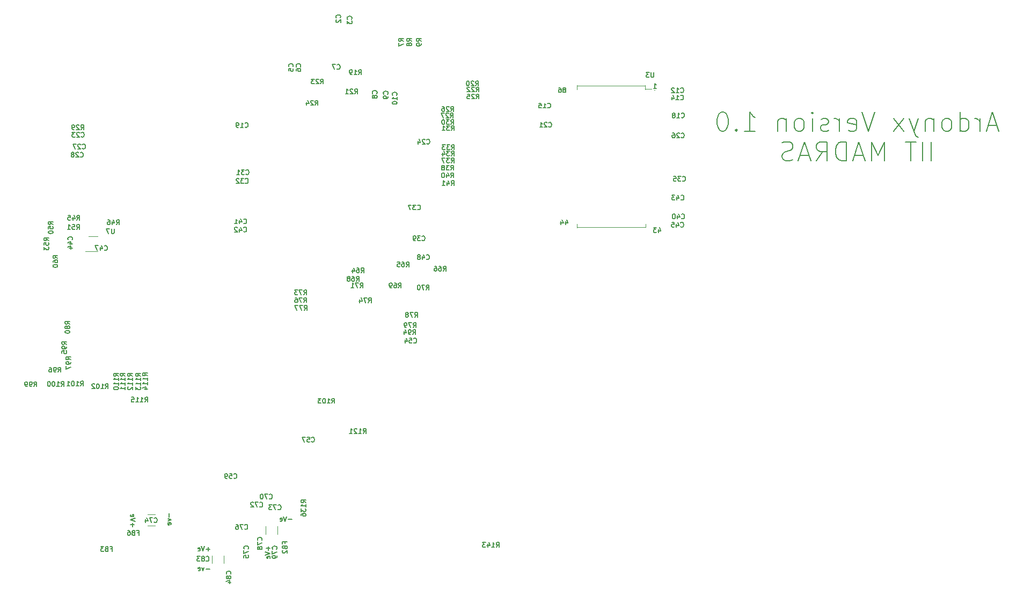
<source format=gbr>
G04 #@! TF.GenerationSoftware,KiCad,Pcbnew,5.1.6-c6e7f7d~87~ubuntu16.04.1*
G04 #@! TF.CreationDate,2020-08-04T23:08:50+05:30*
G04 #@! TF.ProjectId,Aardonyx,41617264-6f6e-4797-982e-6b696361645f,v1.0*
G04 #@! TF.SameCoordinates,Original*
G04 #@! TF.FileFunction,Legend,Bot*
G04 #@! TF.FilePolarity,Positive*
%FSLAX46Y46*%
G04 Gerber Fmt 4.6, Leading zero omitted, Abs format (unit mm)*
G04 Created by KiCad (PCBNEW 5.1.6-c6e7f7d~87~ubuntu16.04.1) date 2020-08-04 23:08:50*
%MOMM*%
%LPD*%
G01*
G04 APERTURE LIST*
%ADD10C,0.150000*%
%ADD11C,0.200000*%
%ADD12C,0.120000*%
G04 APERTURE END LIST*
D10*
X153334771Y-144594171D02*
X152763342Y-144594171D01*
X153049057Y-144879885D02*
X153049057Y-144308457D01*
X152513342Y-144129885D02*
X152263342Y-144879885D01*
X152013342Y-144129885D01*
X151477628Y-144844171D02*
X151549057Y-144879885D01*
X151691914Y-144879885D01*
X151763342Y-144844171D01*
X151799057Y-144772742D01*
X151799057Y-144487028D01*
X151763342Y-144415600D01*
X151691914Y-144379885D01*
X151549057Y-144379885D01*
X151477628Y-144415600D01*
X151441914Y-144487028D01*
X151441914Y-144558457D01*
X151799057Y-144629885D01*
X153299057Y-147704171D02*
X152727628Y-147704171D01*
X152441914Y-147489885D02*
X152263342Y-147989885D01*
X152084771Y-147489885D01*
X151513342Y-147954171D02*
X151584771Y-147989885D01*
X151727628Y-147989885D01*
X151799057Y-147954171D01*
X151834771Y-147882742D01*
X151834771Y-147597028D01*
X151799057Y-147525600D01*
X151727628Y-147489885D01*
X151584771Y-147489885D01*
X151513342Y-147525600D01*
X151477628Y-147597028D01*
X151477628Y-147668457D01*
X151834771Y-147739885D01*
X166274771Y-139884171D02*
X165703342Y-139884171D01*
X165453342Y-139419885D02*
X165203342Y-140169885D01*
X164953342Y-139419885D01*
X164417628Y-140134171D02*
X164489057Y-140169885D01*
X164631914Y-140169885D01*
X164703342Y-140134171D01*
X164739057Y-140062742D01*
X164739057Y-139777028D01*
X164703342Y-139705600D01*
X164631914Y-139669885D01*
X164489057Y-139669885D01*
X164417628Y-139705600D01*
X164381914Y-139777028D01*
X164381914Y-139848457D01*
X164739057Y-139919885D01*
X162549771Y-144192028D02*
X162549771Y-144763457D01*
X162835485Y-144477742D02*
X162264057Y-144477742D01*
X162085485Y-145013457D02*
X162835485Y-145263457D01*
X162085485Y-145513457D01*
X162799771Y-146049171D02*
X162835485Y-145977742D01*
X162835485Y-145834885D01*
X162799771Y-145763457D01*
X162728342Y-145727742D01*
X162442628Y-145727742D01*
X162371200Y-145763457D01*
X162335485Y-145834885D01*
X162335485Y-145977742D01*
X162371200Y-146049171D01*
X162442628Y-146084885D01*
X162514057Y-146084885D01*
X162585485Y-145727742D01*
X146919771Y-138947742D02*
X146919771Y-139519171D01*
X146705485Y-139804885D02*
X147205485Y-139983457D01*
X146705485Y-140162028D01*
X147169771Y-140733457D02*
X147205485Y-140662028D01*
X147205485Y-140519171D01*
X147169771Y-140447742D01*
X147098342Y-140412028D01*
X146812628Y-140412028D01*
X146741200Y-140447742D01*
X146705485Y-140519171D01*
X146705485Y-140662028D01*
X146741200Y-140733457D01*
X146812628Y-140769171D01*
X146884057Y-140769171D01*
X146955485Y-140412028D01*
X141112628Y-141019171D02*
X141112628Y-140447742D01*
X140826914Y-140733457D02*
X141398342Y-140733457D01*
X141576914Y-140197742D02*
X140826914Y-139947742D01*
X141576914Y-139697742D01*
X140862628Y-139162028D02*
X140826914Y-139233457D01*
X140826914Y-139376314D01*
X140862628Y-139447742D01*
X140934057Y-139483457D01*
X141219771Y-139483457D01*
X141291200Y-139447742D01*
X141326914Y-139376314D01*
X141326914Y-139233457D01*
X141291200Y-139162028D01*
X141219771Y-139126314D01*
X141148342Y-139126314D01*
X141076914Y-139483457D01*
X209324771Y-72001314D02*
X209396200Y-71965600D01*
X209431914Y-71929885D01*
X209467628Y-71858457D01*
X209467628Y-71822742D01*
X209431914Y-71751314D01*
X209396200Y-71715600D01*
X209324771Y-71679885D01*
X209181914Y-71679885D01*
X209110485Y-71715600D01*
X209074771Y-71751314D01*
X209039057Y-71822742D01*
X209039057Y-71858457D01*
X209074771Y-71929885D01*
X209110485Y-71965600D01*
X209181914Y-72001314D01*
X209324771Y-72001314D01*
X209396200Y-72037028D01*
X209431914Y-72072742D01*
X209467628Y-72144171D01*
X209467628Y-72287028D01*
X209431914Y-72358457D01*
X209396200Y-72394171D01*
X209324771Y-72429885D01*
X209181914Y-72429885D01*
X209110485Y-72394171D01*
X209074771Y-72358457D01*
X209039057Y-72287028D01*
X209039057Y-72144171D01*
X209074771Y-72072742D01*
X209110485Y-72037028D01*
X209181914Y-72001314D01*
X208396200Y-71679885D02*
X208539057Y-71679885D01*
X208610485Y-71715600D01*
X208646200Y-71751314D01*
X208717628Y-71858457D01*
X208753342Y-72001314D01*
X208753342Y-72287028D01*
X208717628Y-72358457D01*
X208681914Y-72394171D01*
X208610485Y-72429885D01*
X208467628Y-72429885D01*
X208396200Y-72394171D01*
X208360485Y-72358457D01*
X208324771Y-72287028D01*
X208324771Y-72108457D01*
X208360485Y-72037028D01*
X208396200Y-72001314D01*
X208467628Y-71965600D01*
X208610485Y-71965600D01*
X208681914Y-72001314D01*
X208717628Y-72037028D01*
X208753342Y-72108457D01*
X209450485Y-92789885D02*
X209450485Y-93289885D01*
X209629057Y-92504171D02*
X209807628Y-93039885D01*
X209343342Y-93039885D01*
X208736200Y-92789885D02*
X208736200Y-93289885D01*
X208914771Y-92504171D02*
X209093342Y-93039885D01*
X208629057Y-93039885D01*
X224100485Y-94049885D02*
X224100485Y-94549885D01*
X224279057Y-93764171D02*
X224457628Y-94299885D01*
X223993342Y-94299885D01*
X223779057Y-93799885D02*
X223314771Y-93799885D01*
X223564771Y-94085600D01*
X223457628Y-94085600D01*
X223386200Y-94121314D01*
X223350485Y-94157028D01*
X223314771Y-94228457D01*
X223314771Y-94407028D01*
X223350485Y-94478457D01*
X223386200Y-94514171D01*
X223457628Y-94549885D01*
X223671914Y-94549885D01*
X223743342Y-94514171D01*
X223779057Y-94478457D01*
X223311914Y-71759885D02*
X223740485Y-71759885D01*
X223526200Y-71759885D02*
X223526200Y-71009885D01*
X223597628Y-71117028D01*
X223669057Y-71188457D01*
X223740485Y-71224171D01*
D11*
X277519228Y-77677400D02*
X276090657Y-77677400D01*
X277804942Y-78534542D02*
X276804942Y-75534542D01*
X275804942Y-78534542D01*
X274804942Y-78534542D02*
X274804942Y-76534542D01*
X274804942Y-77105971D02*
X274662085Y-76820257D01*
X274519228Y-76677400D01*
X274233514Y-76534542D01*
X273947800Y-76534542D01*
X271662085Y-78534542D02*
X271662085Y-75534542D01*
X271662085Y-78391685D02*
X271947800Y-78534542D01*
X272519228Y-78534542D01*
X272804942Y-78391685D01*
X272947800Y-78248828D01*
X273090657Y-77963114D01*
X273090657Y-77105971D01*
X272947800Y-76820257D01*
X272804942Y-76677400D01*
X272519228Y-76534542D01*
X271947800Y-76534542D01*
X271662085Y-76677400D01*
X269804942Y-78534542D02*
X270090657Y-78391685D01*
X270233514Y-78248828D01*
X270376371Y-77963114D01*
X270376371Y-77105971D01*
X270233514Y-76820257D01*
X270090657Y-76677400D01*
X269804942Y-76534542D01*
X269376371Y-76534542D01*
X269090657Y-76677400D01*
X268947800Y-76820257D01*
X268804942Y-77105971D01*
X268804942Y-77963114D01*
X268947800Y-78248828D01*
X269090657Y-78391685D01*
X269376371Y-78534542D01*
X269804942Y-78534542D01*
X267519228Y-76534542D02*
X267519228Y-78534542D01*
X267519228Y-76820257D02*
X267376371Y-76677400D01*
X267090657Y-76534542D01*
X266662085Y-76534542D01*
X266376371Y-76677400D01*
X266233514Y-76963114D01*
X266233514Y-78534542D01*
X265090657Y-76534542D02*
X264376371Y-78534542D01*
X263662085Y-76534542D02*
X264376371Y-78534542D01*
X264662085Y-79248828D01*
X264804942Y-79391685D01*
X265090657Y-79534542D01*
X262804942Y-78534542D02*
X261233514Y-76534542D01*
X262804942Y-76534542D02*
X261233514Y-78534542D01*
X258233514Y-75534542D02*
X257233514Y-78534542D01*
X256233514Y-75534542D01*
X254090657Y-78391685D02*
X254376371Y-78534542D01*
X254947800Y-78534542D01*
X255233514Y-78391685D01*
X255376371Y-78105971D01*
X255376371Y-76963114D01*
X255233514Y-76677400D01*
X254947800Y-76534542D01*
X254376371Y-76534542D01*
X254090657Y-76677400D01*
X253947800Y-76963114D01*
X253947800Y-77248828D01*
X255376371Y-77534542D01*
X252662085Y-78534542D02*
X252662085Y-76534542D01*
X252662085Y-77105971D02*
X252519228Y-76820257D01*
X252376371Y-76677400D01*
X252090657Y-76534542D01*
X251804942Y-76534542D01*
X250947800Y-78391685D02*
X250662085Y-78534542D01*
X250090657Y-78534542D01*
X249804942Y-78391685D01*
X249662085Y-78105971D01*
X249662085Y-77963114D01*
X249804942Y-77677400D01*
X250090657Y-77534542D01*
X250519228Y-77534542D01*
X250804942Y-77391685D01*
X250947800Y-77105971D01*
X250947800Y-76963114D01*
X250804942Y-76677400D01*
X250519228Y-76534542D01*
X250090657Y-76534542D01*
X249804942Y-76677400D01*
X248376371Y-78534542D02*
X248376371Y-76534542D01*
X248376371Y-75534542D02*
X248519228Y-75677400D01*
X248376371Y-75820257D01*
X248233514Y-75677400D01*
X248376371Y-75534542D01*
X248376371Y-75820257D01*
X246519228Y-78534542D02*
X246804942Y-78391685D01*
X246947800Y-78248828D01*
X247090657Y-77963114D01*
X247090657Y-77105971D01*
X246947800Y-76820257D01*
X246804942Y-76677400D01*
X246519228Y-76534542D01*
X246090657Y-76534542D01*
X245804942Y-76677400D01*
X245662085Y-76820257D01*
X245519228Y-77105971D01*
X245519228Y-77963114D01*
X245662085Y-78248828D01*
X245804942Y-78391685D01*
X246090657Y-78534542D01*
X246519228Y-78534542D01*
X244233514Y-76534542D02*
X244233514Y-78534542D01*
X244233514Y-76820257D02*
X244090657Y-76677400D01*
X243804942Y-76534542D01*
X243376371Y-76534542D01*
X243090657Y-76677400D01*
X242947800Y-76963114D01*
X242947800Y-78534542D01*
X237662085Y-78534542D02*
X239376371Y-78534542D01*
X238519228Y-78534542D02*
X238519228Y-75534542D01*
X238804942Y-75963114D01*
X239090657Y-76248828D01*
X239376371Y-76391685D01*
X236376371Y-78248828D02*
X236233514Y-78391685D01*
X236376371Y-78534542D01*
X236519228Y-78391685D01*
X236376371Y-78248828D01*
X236376371Y-78534542D01*
X234376371Y-75534542D02*
X234090657Y-75534542D01*
X233804942Y-75677400D01*
X233662085Y-75820257D01*
X233519228Y-76105971D01*
X233376371Y-76677400D01*
X233376371Y-77391685D01*
X233519228Y-77963114D01*
X233662085Y-78248828D01*
X233804942Y-78391685D01*
X234090657Y-78534542D01*
X234376371Y-78534542D01*
X234662085Y-78391685D01*
X234804942Y-78248828D01*
X234947800Y-77963114D01*
X235090657Y-77391685D01*
X235090657Y-76677400D01*
X234947800Y-76105971D01*
X234804942Y-75820257D01*
X234662085Y-75677400D01*
X234376371Y-75534542D01*
X267162085Y-83234542D02*
X267162085Y-80234542D01*
X265733514Y-83234542D02*
X265733514Y-80234542D01*
X264733514Y-80234542D02*
X263019228Y-80234542D01*
X263876371Y-83234542D02*
X263876371Y-80234542D01*
X259733514Y-83234542D02*
X259733514Y-80234542D01*
X258733514Y-82377400D01*
X257733514Y-80234542D01*
X257733514Y-83234542D01*
X256447800Y-82377400D02*
X255019228Y-82377400D01*
X256733514Y-83234542D02*
X255733514Y-80234542D01*
X254733514Y-83234542D01*
X253733514Y-83234542D02*
X253733514Y-80234542D01*
X253019228Y-80234542D01*
X252590657Y-80377400D01*
X252304942Y-80663114D01*
X252162085Y-80948828D01*
X252019228Y-81520257D01*
X252019228Y-81948828D01*
X252162085Y-82520257D01*
X252304942Y-82805971D01*
X252590657Y-83091685D01*
X253019228Y-83234542D01*
X253733514Y-83234542D01*
X249019228Y-83234542D02*
X250019228Y-81805971D01*
X250733514Y-83234542D02*
X250733514Y-80234542D01*
X249590657Y-80234542D01*
X249304942Y-80377400D01*
X249162085Y-80520257D01*
X249019228Y-80805971D01*
X249019228Y-81234542D01*
X249162085Y-81520257D01*
X249304942Y-81663114D01*
X249590657Y-81805971D01*
X250733514Y-81805971D01*
X247876371Y-82377400D02*
X246447800Y-82377400D01*
X248162085Y-83234542D02*
X247162085Y-80234542D01*
X246162085Y-83234542D01*
X245304942Y-83091685D02*
X244876371Y-83234542D01*
X244162085Y-83234542D01*
X243876371Y-83091685D01*
X243733514Y-82948828D01*
X243590657Y-82663114D01*
X243590657Y-82377400D01*
X243733514Y-82091685D01*
X243876371Y-81948828D01*
X244162085Y-81805971D01*
X244733514Y-81663114D01*
X245019228Y-81520257D01*
X245162085Y-81377400D01*
X245304942Y-81091685D01*
X245304942Y-80805971D01*
X245162085Y-80520257D01*
X245019228Y-80377400D01*
X244733514Y-80234542D01*
X244019228Y-80234542D01*
X243590657Y-80377400D01*
D12*
X211256640Y-71313040D02*
X211256640Y-71932800D01*
X221977000Y-71350000D02*
X211277000Y-71350000D01*
X222011000Y-71927720D02*
X222011000Y-71313040D01*
X222077000Y-93750000D02*
X211277000Y-93750000D01*
X211231240Y-93776800D02*
X211231240Y-93228160D01*
X222061800Y-93731080D02*
X222061800Y-93228160D01*
X222005920Y-71856600D02*
X223005920Y-71856600D01*
X223555320Y-72064880D02*
G75*
G03*
X223555320Y-72064880I-60960J0D01*
G01*
X135599400Y-97502200D02*
X133699400Y-97502200D01*
X134199400Y-95182200D02*
X135599400Y-95182200D01*
X143527936Y-140890000D02*
X144732064Y-140890000D01*
X143527936Y-139070000D02*
X144732064Y-139070000D01*
X163978000Y-142207064D02*
X163978000Y-141002936D01*
X162158000Y-142207064D02*
X162158000Y-141002936D01*
X153690000Y-145587936D02*
X153690000Y-146792064D01*
X155510000Y-145587936D02*
X155510000Y-146792064D01*
D10*
X185488342Y-111938457D02*
X185524057Y-111974171D01*
X185631200Y-112009885D01*
X185702628Y-112009885D01*
X185809771Y-111974171D01*
X185881200Y-111902742D01*
X185916914Y-111831314D01*
X185952628Y-111688457D01*
X185952628Y-111581314D01*
X185916914Y-111438457D01*
X185881200Y-111367028D01*
X185809771Y-111295600D01*
X185702628Y-111259885D01*
X185631200Y-111259885D01*
X185524057Y-111295600D01*
X185488342Y-111331314D01*
X184809771Y-111259885D02*
X185166914Y-111259885D01*
X185202628Y-111617028D01*
X185166914Y-111581314D01*
X185095485Y-111545600D01*
X184916914Y-111545600D01*
X184845485Y-111581314D01*
X184809771Y-111617028D01*
X184774057Y-111688457D01*
X184774057Y-111867028D01*
X184809771Y-111938457D01*
X184845485Y-111974171D01*
X184916914Y-112009885D01*
X185095485Y-112009885D01*
X185166914Y-111974171D01*
X185202628Y-111938457D01*
X184131200Y-111509885D02*
X184131200Y-112009885D01*
X184309771Y-111224171D02*
X184488342Y-111759885D01*
X184024057Y-111759885D01*
X223357628Y-69299885D02*
X223357628Y-69907028D01*
X223321914Y-69978457D01*
X223286200Y-70014171D01*
X223214771Y-70049885D01*
X223071914Y-70049885D01*
X223000485Y-70014171D01*
X222964771Y-69978457D01*
X222929057Y-69907028D01*
X222929057Y-69299885D01*
X222643342Y-69299885D02*
X222179057Y-69299885D01*
X222429057Y-69585600D01*
X222321914Y-69585600D01*
X222250485Y-69621314D01*
X222214771Y-69657028D01*
X222179057Y-69728457D01*
X222179057Y-69907028D01*
X222214771Y-69978457D01*
X222250485Y-70014171D01*
X222321914Y-70049885D01*
X222536200Y-70049885D01*
X222607628Y-70014171D01*
X222643342Y-69978457D01*
X138227628Y-93969885D02*
X138227628Y-94577028D01*
X138191914Y-94648457D01*
X138156200Y-94684171D01*
X138084771Y-94719885D01*
X137941914Y-94719885D01*
X137870485Y-94684171D01*
X137834771Y-94648457D01*
X137799057Y-94577028D01*
X137799057Y-93969885D01*
X137513342Y-93969885D02*
X137013342Y-93969885D01*
X137334771Y-94719885D01*
X129378342Y-116629885D02*
X129628342Y-116272742D01*
X129806914Y-116629885D02*
X129806914Y-115879885D01*
X129521200Y-115879885D01*
X129449771Y-115915600D01*
X129414057Y-115951314D01*
X129378342Y-116022742D01*
X129378342Y-116129885D01*
X129414057Y-116201314D01*
X129449771Y-116237028D01*
X129521200Y-116272742D01*
X129806914Y-116272742D01*
X129021200Y-116629885D02*
X128878342Y-116629885D01*
X128806914Y-116594171D01*
X128771200Y-116558457D01*
X128699771Y-116451314D01*
X128664057Y-116308457D01*
X128664057Y-116022742D01*
X128699771Y-115951314D01*
X128735485Y-115915600D01*
X128806914Y-115879885D01*
X128949771Y-115879885D01*
X129021200Y-115915600D01*
X129056914Y-115951314D01*
X129092628Y-116022742D01*
X129092628Y-116201314D01*
X129056914Y-116272742D01*
X129021200Y-116308457D01*
X128949771Y-116344171D01*
X128806914Y-116344171D01*
X128735485Y-116308457D01*
X128699771Y-116272742D01*
X128664057Y-116201314D01*
X128021200Y-115879885D02*
X128164057Y-115879885D01*
X128235485Y-115915600D01*
X128271200Y-115951314D01*
X128342628Y-116058457D01*
X128378342Y-116201314D01*
X128378342Y-116487028D01*
X128342628Y-116558457D01*
X128306914Y-116594171D01*
X128235485Y-116629885D01*
X128092628Y-116629885D01*
X128021200Y-116594171D01*
X127985485Y-116558457D01*
X127949771Y-116487028D01*
X127949771Y-116308457D01*
X127985485Y-116237028D01*
X128021200Y-116201314D01*
X128092628Y-116165600D01*
X128235485Y-116165600D01*
X128306914Y-116201314D01*
X128342628Y-116237028D01*
X128378342Y-116308457D01*
X178348342Y-105629885D02*
X178598342Y-105272742D01*
X178776914Y-105629885D02*
X178776914Y-104879885D01*
X178491200Y-104879885D01*
X178419771Y-104915600D01*
X178384057Y-104951314D01*
X178348342Y-105022742D01*
X178348342Y-105129885D01*
X178384057Y-105201314D01*
X178419771Y-105237028D01*
X178491200Y-105272742D01*
X178776914Y-105272742D01*
X178098342Y-104879885D02*
X177598342Y-104879885D01*
X177919771Y-105629885D01*
X176991200Y-105129885D02*
X176991200Y-105629885D01*
X177169771Y-104844171D02*
X177348342Y-105379885D01*
X176884057Y-105379885D01*
X177048342Y-103279885D02*
X177298342Y-102922742D01*
X177476914Y-103279885D02*
X177476914Y-102529885D01*
X177191200Y-102529885D01*
X177119771Y-102565600D01*
X177084057Y-102601314D01*
X177048342Y-102672742D01*
X177048342Y-102779885D01*
X177084057Y-102851314D01*
X177119771Y-102887028D01*
X177191200Y-102922742D01*
X177476914Y-102922742D01*
X176798342Y-102529885D02*
X176298342Y-102529885D01*
X176619771Y-103279885D01*
X175619771Y-103279885D02*
X176048342Y-103279885D01*
X175834057Y-103279885D02*
X175834057Y-102529885D01*
X175905485Y-102637028D01*
X175976914Y-102708457D01*
X176048342Y-102744171D01*
X176428342Y-102239885D02*
X176678342Y-101882742D01*
X176856914Y-102239885D02*
X176856914Y-101489885D01*
X176571200Y-101489885D01*
X176499771Y-101525600D01*
X176464057Y-101561314D01*
X176428342Y-101632742D01*
X176428342Y-101739885D01*
X176464057Y-101811314D01*
X176499771Y-101847028D01*
X176571200Y-101882742D01*
X176856914Y-101882742D01*
X175785485Y-101489885D02*
X175928342Y-101489885D01*
X175999771Y-101525600D01*
X176035485Y-101561314D01*
X176106914Y-101668457D01*
X176142628Y-101811314D01*
X176142628Y-102097028D01*
X176106914Y-102168457D01*
X176071200Y-102204171D01*
X175999771Y-102239885D01*
X175856914Y-102239885D01*
X175785485Y-102204171D01*
X175749771Y-102168457D01*
X175714057Y-102097028D01*
X175714057Y-101918457D01*
X175749771Y-101847028D01*
X175785485Y-101811314D01*
X175856914Y-101775600D01*
X175999771Y-101775600D01*
X176071200Y-101811314D01*
X176106914Y-101847028D01*
X176142628Y-101918457D01*
X175285485Y-101811314D02*
X175356914Y-101775600D01*
X175392628Y-101739885D01*
X175428342Y-101668457D01*
X175428342Y-101632742D01*
X175392628Y-101561314D01*
X175356914Y-101525600D01*
X175285485Y-101489885D01*
X175142628Y-101489885D01*
X175071200Y-101525600D01*
X175035485Y-101561314D01*
X174999771Y-101632742D01*
X174999771Y-101668457D01*
X175035485Y-101739885D01*
X175071200Y-101775600D01*
X175142628Y-101811314D01*
X175285485Y-101811314D01*
X175356914Y-101847028D01*
X175392628Y-101882742D01*
X175428342Y-101954171D01*
X175428342Y-102097028D01*
X175392628Y-102168457D01*
X175356914Y-102204171D01*
X175285485Y-102239885D01*
X175142628Y-102239885D01*
X175071200Y-102204171D01*
X175035485Y-102168457D01*
X174999771Y-102097028D01*
X174999771Y-101954171D01*
X175035485Y-101882742D01*
X175071200Y-101847028D01*
X175142628Y-101811314D01*
X177178342Y-100909885D02*
X177428342Y-100552742D01*
X177606914Y-100909885D02*
X177606914Y-100159885D01*
X177321200Y-100159885D01*
X177249771Y-100195600D01*
X177214057Y-100231314D01*
X177178342Y-100302742D01*
X177178342Y-100409885D01*
X177214057Y-100481314D01*
X177249771Y-100517028D01*
X177321200Y-100552742D01*
X177606914Y-100552742D01*
X176535485Y-100159885D02*
X176678342Y-100159885D01*
X176749771Y-100195600D01*
X176785485Y-100231314D01*
X176856914Y-100338457D01*
X176892628Y-100481314D01*
X176892628Y-100767028D01*
X176856914Y-100838457D01*
X176821200Y-100874171D01*
X176749771Y-100909885D01*
X176606914Y-100909885D01*
X176535485Y-100874171D01*
X176499771Y-100838457D01*
X176464057Y-100767028D01*
X176464057Y-100588457D01*
X176499771Y-100517028D01*
X176535485Y-100481314D01*
X176606914Y-100445600D01*
X176749771Y-100445600D01*
X176821200Y-100481314D01*
X176856914Y-100517028D01*
X176892628Y-100588457D01*
X175821200Y-100409885D02*
X175821200Y-100909885D01*
X175999771Y-100124171D02*
X176178342Y-100659885D01*
X175714057Y-100659885D01*
X183078342Y-103299885D02*
X183328342Y-102942742D01*
X183506914Y-103299885D02*
X183506914Y-102549885D01*
X183221200Y-102549885D01*
X183149771Y-102585600D01*
X183114057Y-102621314D01*
X183078342Y-102692742D01*
X183078342Y-102799885D01*
X183114057Y-102871314D01*
X183149771Y-102907028D01*
X183221200Y-102942742D01*
X183506914Y-102942742D01*
X182435485Y-102549885D02*
X182578342Y-102549885D01*
X182649771Y-102585600D01*
X182685485Y-102621314D01*
X182756914Y-102728457D01*
X182792628Y-102871314D01*
X182792628Y-103157028D01*
X182756914Y-103228457D01*
X182721200Y-103264171D01*
X182649771Y-103299885D01*
X182506914Y-103299885D01*
X182435485Y-103264171D01*
X182399771Y-103228457D01*
X182364057Y-103157028D01*
X182364057Y-102978457D01*
X182399771Y-102907028D01*
X182435485Y-102871314D01*
X182506914Y-102835600D01*
X182649771Y-102835600D01*
X182721200Y-102871314D01*
X182756914Y-102907028D01*
X182792628Y-102978457D01*
X182006914Y-103299885D02*
X181864057Y-103299885D01*
X181792628Y-103264171D01*
X181756914Y-103228457D01*
X181685485Y-103121314D01*
X181649771Y-102978457D01*
X181649771Y-102692742D01*
X181685485Y-102621314D01*
X181721200Y-102585600D01*
X181792628Y-102549885D01*
X181935485Y-102549885D01*
X182006914Y-102585600D01*
X182042628Y-102621314D01*
X182078342Y-102692742D01*
X182078342Y-102871314D01*
X182042628Y-102942742D01*
X182006914Y-102978457D01*
X181935485Y-103014171D01*
X181792628Y-103014171D01*
X181721200Y-102978457D01*
X181685485Y-102942742D01*
X181649771Y-102871314D01*
X184308342Y-99979885D02*
X184558342Y-99622742D01*
X184736914Y-99979885D02*
X184736914Y-99229885D01*
X184451200Y-99229885D01*
X184379771Y-99265600D01*
X184344057Y-99301314D01*
X184308342Y-99372742D01*
X184308342Y-99479885D01*
X184344057Y-99551314D01*
X184379771Y-99587028D01*
X184451200Y-99622742D01*
X184736914Y-99622742D01*
X183665485Y-99229885D02*
X183808342Y-99229885D01*
X183879771Y-99265600D01*
X183915485Y-99301314D01*
X183986914Y-99408457D01*
X184022628Y-99551314D01*
X184022628Y-99837028D01*
X183986914Y-99908457D01*
X183951200Y-99944171D01*
X183879771Y-99979885D01*
X183736914Y-99979885D01*
X183665485Y-99944171D01*
X183629771Y-99908457D01*
X183594057Y-99837028D01*
X183594057Y-99658457D01*
X183629771Y-99587028D01*
X183665485Y-99551314D01*
X183736914Y-99515600D01*
X183879771Y-99515600D01*
X183951200Y-99551314D01*
X183986914Y-99587028D01*
X184022628Y-99658457D01*
X182915485Y-99229885D02*
X183272628Y-99229885D01*
X183308342Y-99587028D01*
X183272628Y-99551314D01*
X183201200Y-99515600D01*
X183022628Y-99515600D01*
X182951200Y-99551314D01*
X182915485Y-99587028D01*
X182879771Y-99658457D01*
X182879771Y-99837028D01*
X182915485Y-99908457D01*
X182951200Y-99944171D01*
X183022628Y-99979885D01*
X183201200Y-99979885D01*
X183272628Y-99944171D01*
X183308342Y-99908457D01*
X187488342Y-103599885D02*
X187738342Y-103242742D01*
X187916914Y-103599885D02*
X187916914Y-102849885D01*
X187631200Y-102849885D01*
X187559771Y-102885600D01*
X187524057Y-102921314D01*
X187488342Y-102992742D01*
X187488342Y-103099885D01*
X187524057Y-103171314D01*
X187559771Y-103207028D01*
X187631200Y-103242742D01*
X187916914Y-103242742D01*
X187238342Y-102849885D02*
X186738342Y-102849885D01*
X187059771Y-103599885D01*
X186309771Y-102849885D02*
X186238342Y-102849885D01*
X186166914Y-102885600D01*
X186131200Y-102921314D01*
X186095485Y-102992742D01*
X186059771Y-103135600D01*
X186059771Y-103314171D01*
X186095485Y-103457028D01*
X186131200Y-103528457D01*
X186166914Y-103564171D01*
X186238342Y-103599885D01*
X186309771Y-103599885D01*
X186381200Y-103564171D01*
X186416914Y-103528457D01*
X186452628Y-103457028D01*
X186488342Y-103314171D01*
X186488342Y-103135600D01*
X186452628Y-102992742D01*
X186416914Y-102921314D01*
X186381200Y-102885600D01*
X186309771Y-102849885D01*
X190138342Y-100639885D02*
X190388342Y-100282742D01*
X190566914Y-100639885D02*
X190566914Y-99889885D01*
X190281200Y-99889885D01*
X190209771Y-99925600D01*
X190174057Y-99961314D01*
X190138342Y-100032742D01*
X190138342Y-100139885D01*
X190174057Y-100211314D01*
X190209771Y-100247028D01*
X190281200Y-100282742D01*
X190566914Y-100282742D01*
X189495485Y-99889885D02*
X189638342Y-99889885D01*
X189709771Y-99925600D01*
X189745485Y-99961314D01*
X189816914Y-100068457D01*
X189852628Y-100211314D01*
X189852628Y-100497028D01*
X189816914Y-100568457D01*
X189781200Y-100604171D01*
X189709771Y-100639885D01*
X189566914Y-100639885D01*
X189495485Y-100604171D01*
X189459771Y-100568457D01*
X189424057Y-100497028D01*
X189424057Y-100318457D01*
X189459771Y-100247028D01*
X189495485Y-100211314D01*
X189566914Y-100175600D01*
X189709771Y-100175600D01*
X189781200Y-100211314D01*
X189816914Y-100247028D01*
X189852628Y-100318457D01*
X188781200Y-99889885D02*
X188924057Y-99889885D01*
X188995485Y-99925600D01*
X189031200Y-99961314D01*
X189102628Y-100068457D01*
X189138342Y-100211314D01*
X189138342Y-100497028D01*
X189102628Y-100568457D01*
X189066914Y-100604171D01*
X188995485Y-100639885D01*
X188852628Y-100639885D01*
X188781200Y-100604171D01*
X188745485Y-100568457D01*
X188709771Y-100497028D01*
X188709771Y-100318457D01*
X188745485Y-100247028D01*
X188781200Y-100211314D01*
X188852628Y-100175600D01*
X188995485Y-100175600D01*
X189066914Y-100211314D01*
X189102628Y-100247028D01*
X189138342Y-100318457D01*
X191390142Y-87120285D02*
X191640142Y-86763142D01*
X191818714Y-87120285D02*
X191818714Y-86370285D01*
X191533000Y-86370285D01*
X191461571Y-86406000D01*
X191425857Y-86441714D01*
X191390142Y-86513142D01*
X191390142Y-86620285D01*
X191425857Y-86691714D01*
X191461571Y-86727428D01*
X191533000Y-86763142D01*
X191818714Y-86763142D01*
X190747285Y-86620285D02*
X190747285Y-87120285D01*
X190925857Y-86334571D02*
X191104428Y-86870285D01*
X190640142Y-86870285D01*
X189961571Y-87120285D02*
X190390142Y-87120285D01*
X190175857Y-87120285D02*
X190175857Y-86370285D01*
X190247285Y-86477428D01*
X190318714Y-86548857D01*
X190390142Y-86584571D01*
X191342142Y-85885285D02*
X191592142Y-85528142D01*
X191770714Y-85885285D02*
X191770714Y-85135285D01*
X191485000Y-85135285D01*
X191413571Y-85171000D01*
X191377857Y-85206714D01*
X191342142Y-85278142D01*
X191342142Y-85385285D01*
X191377857Y-85456714D01*
X191413571Y-85492428D01*
X191485000Y-85528142D01*
X191770714Y-85528142D01*
X190699285Y-85385285D02*
X190699285Y-85885285D01*
X190877857Y-85099571D02*
X191056428Y-85635285D01*
X190592142Y-85635285D01*
X190163571Y-85135285D02*
X190092142Y-85135285D01*
X190020714Y-85171000D01*
X189985000Y-85206714D01*
X189949285Y-85278142D01*
X189913571Y-85421000D01*
X189913571Y-85599571D01*
X189949285Y-85742428D01*
X189985000Y-85813857D01*
X190020714Y-85849571D01*
X190092142Y-85885285D01*
X190163571Y-85885285D01*
X190235000Y-85849571D01*
X190270714Y-85813857D01*
X190306428Y-85742428D01*
X190342142Y-85599571D01*
X190342142Y-85421000D01*
X190306428Y-85278142D01*
X190270714Y-85206714D01*
X190235000Y-85171000D01*
X190163571Y-85135285D01*
X191342142Y-84705285D02*
X191592142Y-84348142D01*
X191770714Y-84705285D02*
X191770714Y-83955285D01*
X191485000Y-83955285D01*
X191413571Y-83991000D01*
X191377857Y-84026714D01*
X191342142Y-84098142D01*
X191342142Y-84205285D01*
X191377857Y-84276714D01*
X191413571Y-84312428D01*
X191485000Y-84348142D01*
X191770714Y-84348142D01*
X191092142Y-83955285D02*
X190627857Y-83955285D01*
X190877857Y-84241000D01*
X190770714Y-84241000D01*
X190699285Y-84276714D01*
X190663571Y-84312428D01*
X190627857Y-84383857D01*
X190627857Y-84562428D01*
X190663571Y-84633857D01*
X190699285Y-84669571D01*
X190770714Y-84705285D01*
X190985000Y-84705285D01*
X191056428Y-84669571D01*
X191092142Y-84633857D01*
X190199285Y-84276714D02*
X190270714Y-84241000D01*
X190306428Y-84205285D01*
X190342142Y-84133857D01*
X190342142Y-84098142D01*
X190306428Y-84026714D01*
X190270714Y-83991000D01*
X190199285Y-83955285D01*
X190056428Y-83955285D01*
X189985000Y-83991000D01*
X189949285Y-84026714D01*
X189913571Y-84098142D01*
X189913571Y-84133857D01*
X189949285Y-84205285D01*
X189985000Y-84241000D01*
X190056428Y-84276714D01*
X190199285Y-84276714D01*
X190270714Y-84312428D01*
X190306428Y-84348142D01*
X190342142Y-84419571D01*
X190342142Y-84562428D01*
X190306428Y-84633857D01*
X190270714Y-84669571D01*
X190199285Y-84705285D01*
X190056428Y-84705285D01*
X189985000Y-84669571D01*
X189949285Y-84633857D01*
X189913571Y-84562428D01*
X189913571Y-84419571D01*
X189949285Y-84348142D01*
X189985000Y-84312428D01*
X190056428Y-84276714D01*
X191402142Y-83535285D02*
X191652142Y-83178142D01*
X191830714Y-83535285D02*
X191830714Y-82785285D01*
X191545000Y-82785285D01*
X191473571Y-82821000D01*
X191437857Y-82856714D01*
X191402142Y-82928142D01*
X191402142Y-83035285D01*
X191437857Y-83106714D01*
X191473571Y-83142428D01*
X191545000Y-83178142D01*
X191830714Y-83178142D01*
X191152142Y-82785285D02*
X190687857Y-82785285D01*
X190937857Y-83071000D01*
X190830714Y-83071000D01*
X190759285Y-83106714D01*
X190723571Y-83142428D01*
X190687857Y-83213857D01*
X190687857Y-83392428D01*
X190723571Y-83463857D01*
X190759285Y-83499571D01*
X190830714Y-83535285D01*
X191045000Y-83535285D01*
X191116428Y-83499571D01*
X191152142Y-83463857D01*
X190437857Y-82785285D02*
X189937857Y-82785285D01*
X190259285Y-83535285D01*
X191407142Y-82428285D02*
X191657142Y-82071142D01*
X191835714Y-82428285D02*
X191835714Y-81678285D01*
X191550000Y-81678285D01*
X191478571Y-81714000D01*
X191442857Y-81749714D01*
X191407142Y-81821142D01*
X191407142Y-81928285D01*
X191442857Y-81999714D01*
X191478571Y-82035428D01*
X191550000Y-82071142D01*
X191835714Y-82071142D01*
X191157142Y-81678285D02*
X190692857Y-81678285D01*
X190942857Y-81964000D01*
X190835714Y-81964000D01*
X190764285Y-81999714D01*
X190728571Y-82035428D01*
X190692857Y-82106857D01*
X190692857Y-82285428D01*
X190728571Y-82356857D01*
X190764285Y-82392571D01*
X190835714Y-82428285D01*
X191050000Y-82428285D01*
X191121428Y-82392571D01*
X191157142Y-82356857D01*
X190050000Y-81928285D02*
X190050000Y-82428285D01*
X190228571Y-81642571D02*
X190407142Y-82178285D01*
X189942857Y-82178285D01*
X191427142Y-81462285D02*
X191677142Y-81105142D01*
X191855714Y-81462285D02*
X191855714Y-80712285D01*
X191570000Y-80712285D01*
X191498571Y-80748000D01*
X191462857Y-80783714D01*
X191427142Y-80855142D01*
X191427142Y-80962285D01*
X191462857Y-81033714D01*
X191498571Y-81069428D01*
X191570000Y-81105142D01*
X191855714Y-81105142D01*
X191177142Y-80712285D02*
X190712857Y-80712285D01*
X190962857Y-80998000D01*
X190855714Y-80998000D01*
X190784285Y-81033714D01*
X190748571Y-81069428D01*
X190712857Y-81140857D01*
X190712857Y-81319428D01*
X190748571Y-81390857D01*
X190784285Y-81426571D01*
X190855714Y-81462285D01*
X191070000Y-81462285D01*
X191141428Y-81426571D01*
X191177142Y-81390857D01*
X190462857Y-80712285D02*
X189998571Y-80712285D01*
X190248571Y-80998000D01*
X190141428Y-80998000D01*
X190070000Y-81033714D01*
X190034285Y-81069428D01*
X189998571Y-81140857D01*
X189998571Y-81319428D01*
X190034285Y-81390857D01*
X190070000Y-81426571D01*
X190141428Y-81462285D01*
X190355714Y-81462285D01*
X190427142Y-81426571D01*
X190462857Y-81390857D01*
X191397142Y-78444285D02*
X191647142Y-78087142D01*
X191825714Y-78444285D02*
X191825714Y-77694285D01*
X191540000Y-77694285D01*
X191468571Y-77730000D01*
X191432857Y-77765714D01*
X191397142Y-77837142D01*
X191397142Y-77944285D01*
X191432857Y-78015714D01*
X191468571Y-78051428D01*
X191540000Y-78087142D01*
X191825714Y-78087142D01*
X191147142Y-77694285D02*
X190682857Y-77694285D01*
X190932857Y-77980000D01*
X190825714Y-77980000D01*
X190754285Y-78015714D01*
X190718571Y-78051428D01*
X190682857Y-78122857D01*
X190682857Y-78301428D01*
X190718571Y-78372857D01*
X190754285Y-78408571D01*
X190825714Y-78444285D01*
X191040000Y-78444285D01*
X191111428Y-78408571D01*
X191147142Y-78372857D01*
X189968571Y-78444285D02*
X190397142Y-78444285D01*
X190182857Y-78444285D02*
X190182857Y-77694285D01*
X190254285Y-77801428D01*
X190325714Y-77872857D01*
X190397142Y-77908571D01*
X191367142Y-77468285D02*
X191617142Y-77111142D01*
X191795714Y-77468285D02*
X191795714Y-76718285D01*
X191510000Y-76718285D01*
X191438571Y-76754000D01*
X191402857Y-76789714D01*
X191367142Y-76861142D01*
X191367142Y-76968285D01*
X191402857Y-77039714D01*
X191438571Y-77075428D01*
X191510000Y-77111142D01*
X191795714Y-77111142D01*
X191117142Y-76718285D02*
X190652857Y-76718285D01*
X190902857Y-77004000D01*
X190795714Y-77004000D01*
X190724285Y-77039714D01*
X190688571Y-77075428D01*
X190652857Y-77146857D01*
X190652857Y-77325428D01*
X190688571Y-77396857D01*
X190724285Y-77432571D01*
X190795714Y-77468285D01*
X191010000Y-77468285D01*
X191081428Y-77432571D01*
X191117142Y-77396857D01*
X190188571Y-76718285D02*
X190117142Y-76718285D01*
X190045714Y-76754000D01*
X190010000Y-76789714D01*
X189974285Y-76861142D01*
X189938571Y-77004000D01*
X189938571Y-77182571D01*
X189974285Y-77325428D01*
X190010000Y-77396857D01*
X190045714Y-77432571D01*
X190117142Y-77468285D01*
X190188571Y-77468285D01*
X190260000Y-77432571D01*
X190295714Y-77396857D01*
X190331428Y-77325428D01*
X190367142Y-77182571D01*
X190367142Y-77004000D01*
X190331428Y-76861142D01*
X190295714Y-76789714D01*
X190260000Y-76754000D01*
X190188571Y-76718285D01*
X191267142Y-76432285D02*
X191517142Y-76075142D01*
X191695714Y-76432285D02*
X191695714Y-75682285D01*
X191410000Y-75682285D01*
X191338571Y-75718000D01*
X191302857Y-75753714D01*
X191267142Y-75825142D01*
X191267142Y-75932285D01*
X191302857Y-76003714D01*
X191338571Y-76039428D01*
X191410000Y-76075142D01*
X191695714Y-76075142D01*
X190981428Y-75753714D02*
X190945714Y-75718000D01*
X190874285Y-75682285D01*
X190695714Y-75682285D01*
X190624285Y-75718000D01*
X190588571Y-75753714D01*
X190552857Y-75825142D01*
X190552857Y-75896571D01*
X190588571Y-76003714D01*
X191017142Y-76432285D01*
X190552857Y-76432285D01*
X190302857Y-75682285D02*
X189802857Y-75682285D01*
X190124285Y-76432285D01*
X191352142Y-75406285D02*
X191602142Y-75049142D01*
X191780714Y-75406285D02*
X191780714Y-74656285D01*
X191495000Y-74656285D01*
X191423571Y-74692000D01*
X191387857Y-74727714D01*
X191352142Y-74799142D01*
X191352142Y-74906285D01*
X191387857Y-74977714D01*
X191423571Y-75013428D01*
X191495000Y-75049142D01*
X191780714Y-75049142D01*
X191066428Y-74727714D02*
X191030714Y-74692000D01*
X190959285Y-74656285D01*
X190780714Y-74656285D01*
X190709285Y-74692000D01*
X190673571Y-74727714D01*
X190637857Y-74799142D01*
X190637857Y-74870571D01*
X190673571Y-74977714D01*
X191102142Y-75406285D01*
X190637857Y-75406285D01*
X189995000Y-74656285D02*
X190137857Y-74656285D01*
X190209285Y-74692000D01*
X190245000Y-74727714D01*
X190316428Y-74834857D01*
X190352142Y-74977714D01*
X190352142Y-75263428D01*
X190316428Y-75334857D01*
X190280714Y-75370571D01*
X190209285Y-75406285D01*
X190066428Y-75406285D01*
X189995000Y-75370571D01*
X189959285Y-75334857D01*
X189923571Y-75263428D01*
X189923571Y-75084857D01*
X189959285Y-75013428D01*
X189995000Y-74977714D01*
X190066428Y-74942000D01*
X190209285Y-74942000D01*
X190280714Y-74977714D01*
X190316428Y-75013428D01*
X190352142Y-75084857D01*
X195338342Y-73439885D02*
X195588342Y-73082742D01*
X195766914Y-73439885D02*
X195766914Y-72689885D01*
X195481200Y-72689885D01*
X195409771Y-72725600D01*
X195374057Y-72761314D01*
X195338342Y-72832742D01*
X195338342Y-72939885D01*
X195374057Y-73011314D01*
X195409771Y-73047028D01*
X195481200Y-73082742D01*
X195766914Y-73082742D01*
X195052628Y-72761314D02*
X195016914Y-72725600D01*
X194945485Y-72689885D01*
X194766914Y-72689885D01*
X194695485Y-72725600D01*
X194659771Y-72761314D01*
X194624057Y-72832742D01*
X194624057Y-72904171D01*
X194659771Y-73011314D01*
X195088342Y-73439885D01*
X194624057Y-73439885D01*
X193945485Y-72689885D02*
X194302628Y-72689885D01*
X194338342Y-73047028D01*
X194302628Y-73011314D01*
X194231200Y-72975600D01*
X194052628Y-72975600D01*
X193981200Y-73011314D01*
X193945485Y-73047028D01*
X193909771Y-73118457D01*
X193909771Y-73297028D01*
X193945485Y-73368457D01*
X193981200Y-73404171D01*
X194052628Y-73439885D01*
X194231200Y-73439885D01*
X194302628Y-73404171D01*
X194338342Y-73368457D01*
X195338342Y-72339885D02*
X195588342Y-71982742D01*
X195766914Y-72339885D02*
X195766914Y-71589885D01*
X195481200Y-71589885D01*
X195409771Y-71625600D01*
X195374057Y-71661314D01*
X195338342Y-71732742D01*
X195338342Y-71839885D01*
X195374057Y-71911314D01*
X195409771Y-71947028D01*
X195481200Y-71982742D01*
X195766914Y-71982742D01*
X195052628Y-71661314D02*
X195016914Y-71625600D01*
X194945485Y-71589885D01*
X194766914Y-71589885D01*
X194695485Y-71625600D01*
X194659771Y-71661314D01*
X194624057Y-71732742D01*
X194624057Y-71804171D01*
X194659771Y-71911314D01*
X195088342Y-72339885D01*
X194624057Y-72339885D01*
X194338342Y-71661314D02*
X194302628Y-71625600D01*
X194231200Y-71589885D01*
X194052628Y-71589885D01*
X193981200Y-71625600D01*
X193945485Y-71661314D01*
X193909771Y-71732742D01*
X193909771Y-71804171D01*
X193945485Y-71911314D01*
X194374057Y-72339885D01*
X193909771Y-72339885D01*
X186675485Y-64355600D02*
X186318342Y-64105600D01*
X186675485Y-63927028D02*
X185925485Y-63927028D01*
X185925485Y-64212742D01*
X185961200Y-64284171D01*
X185996914Y-64319885D01*
X186068342Y-64355600D01*
X186175485Y-64355600D01*
X186246914Y-64319885D01*
X186282628Y-64284171D01*
X186318342Y-64212742D01*
X186318342Y-63927028D01*
X186675485Y-64712742D02*
X186675485Y-64855600D01*
X186639771Y-64927028D01*
X186604057Y-64962742D01*
X186496914Y-65034171D01*
X186354057Y-65069885D01*
X186068342Y-65069885D01*
X185996914Y-65034171D01*
X185961200Y-64998457D01*
X185925485Y-64927028D01*
X185925485Y-64784171D01*
X185961200Y-64712742D01*
X185996914Y-64677028D01*
X186068342Y-64641314D01*
X186246914Y-64641314D01*
X186318342Y-64677028D01*
X186354057Y-64712742D01*
X186389771Y-64784171D01*
X186389771Y-64927028D01*
X186354057Y-64998457D01*
X186318342Y-65034171D01*
X186246914Y-65069885D01*
X185145485Y-64345600D02*
X184788342Y-64095600D01*
X185145485Y-63917028D02*
X184395485Y-63917028D01*
X184395485Y-64202742D01*
X184431200Y-64274171D01*
X184466914Y-64309885D01*
X184538342Y-64345600D01*
X184645485Y-64345600D01*
X184716914Y-64309885D01*
X184752628Y-64274171D01*
X184788342Y-64202742D01*
X184788342Y-63917028D01*
X184716914Y-64774171D02*
X184681200Y-64702742D01*
X184645485Y-64667028D01*
X184574057Y-64631314D01*
X184538342Y-64631314D01*
X184466914Y-64667028D01*
X184431200Y-64702742D01*
X184395485Y-64774171D01*
X184395485Y-64917028D01*
X184431200Y-64988457D01*
X184466914Y-65024171D01*
X184538342Y-65059885D01*
X184574057Y-65059885D01*
X184645485Y-65024171D01*
X184681200Y-64988457D01*
X184716914Y-64917028D01*
X184716914Y-64774171D01*
X184752628Y-64702742D01*
X184788342Y-64667028D01*
X184859771Y-64631314D01*
X185002628Y-64631314D01*
X185074057Y-64667028D01*
X185109771Y-64702742D01*
X185145485Y-64774171D01*
X185145485Y-64917028D01*
X185109771Y-64988457D01*
X185074057Y-65024171D01*
X185002628Y-65059885D01*
X184859771Y-65059885D01*
X184788342Y-65024171D01*
X184752628Y-64988457D01*
X184716914Y-64917028D01*
X183855485Y-64325600D02*
X183498342Y-64075600D01*
X183855485Y-63897028D02*
X183105485Y-63897028D01*
X183105485Y-64182742D01*
X183141200Y-64254171D01*
X183176914Y-64289885D01*
X183248342Y-64325600D01*
X183355485Y-64325600D01*
X183426914Y-64289885D01*
X183462628Y-64254171D01*
X183498342Y-64182742D01*
X183498342Y-63897028D01*
X183105485Y-64575600D02*
X183105485Y-65075600D01*
X183855485Y-64754171D01*
X169958342Y-74459885D02*
X170208342Y-74102742D01*
X170386914Y-74459885D02*
X170386914Y-73709885D01*
X170101200Y-73709885D01*
X170029771Y-73745600D01*
X169994057Y-73781314D01*
X169958342Y-73852742D01*
X169958342Y-73959885D01*
X169994057Y-74031314D01*
X170029771Y-74067028D01*
X170101200Y-74102742D01*
X170386914Y-74102742D01*
X169672628Y-73781314D02*
X169636914Y-73745600D01*
X169565485Y-73709885D01*
X169386914Y-73709885D01*
X169315485Y-73745600D01*
X169279771Y-73781314D01*
X169244057Y-73852742D01*
X169244057Y-73924171D01*
X169279771Y-74031314D01*
X169708342Y-74459885D01*
X169244057Y-74459885D01*
X168601200Y-73959885D02*
X168601200Y-74459885D01*
X168779771Y-73674171D02*
X168958342Y-74209885D01*
X168494057Y-74209885D01*
X170798342Y-71079885D02*
X171048342Y-70722742D01*
X171226914Y-71079885D02*
X171226914Y-70329885D01*
X170941200Y-70329885D01*
X170869771Y-70365600D01*
X170834057Y-70401314D01*
X170798342Y-70472742D01*
X170798342Y-70579885D01*
X170834057Y-70651314D01*
X170869771Y-70687028D01*
X170941200Y-70722742D01*
X171226914Y-70722742D01*
X170512628Y-70401314D02*
X170476914Y-70365600D01*
X170405485Y-70329885D01*
X170226914Y-70329885D01*
X170155485Y-70365600D01*
X170119771Y-70401314D01*
X170084057Y-70472742D01*
X170084057Y-70544171D01*
X170119771Y-70651314D01*
X170548342Y-71079885D01*
X170084057Y-71079885D01*
X169834057Y-70329885D02*
X169369771Y-70329885D01*
X169619771Y-70615600D01*
X169512628Y-70615600D01*
X169441200Y-70651314D01*
X169405485Y-70687028D01*
X169369771Y-70758457D01*
X169369771Y-70937028D01*
X169405485Y-71008457D01*
X169441200Y-71044171D01*
X169512628Y-71079885D01*
X169726914Y-71079885D01*
X169798342Y-71044171D01*
X169834057Y-71008457D01*
X176798342Y-69619885D02*
X177048342Y-69262742D01*
X177226914Y-69619885D02*
X177226914Y-68869885D01*
X176941200Y-68869885D01*
X176869771Y-68905600D01*
X176834057Y-68941314D01*
X176798342Y-69012742D01*
X176798342Y-69119885D01*
X176834057Y-69191314D01*
X176869771Y-69227028D01*
X176941200Y-69262742D01*
X177226914Y-69262742D01*
X176084057Y-69619885D02*
X176512628Y-69619885D01*
X176298342Y-69619885D02*
X176298342Y-68869885D01*
X176369771Y-68977028D01*
X176441200Y-69048457D01*
X176512628Y-69084171D01*
X175726914Y-69619885D02*
X175584057Y-69619885D01*
X175512628Y-69584171D01*
X175476914Y-69548457D01*
X175405485Y-69441314D01*
X175369771Y-69298457D01*
X175369771Y-69012742D01*
X175405485Y-68941314D01*
X175441200Y-68905600D01*
X175512628Y-68869885D01*
X175655485Y-68869885D01*
X175726914Y-68905600D01*
X175762628Y-68941314D01*
X175798342Y-69012742D01*
X175798342Y-69191314D01*
X175762628Y-69262742D01*
X175726914Y-69298457D01*
X175655485Y-69334171D01*
X175512628Y-69334171D01*
X175441200Y-69298457D01*
X175405485Y-69262742D01*
X175369771Y-69191314D01*
X176178342Y-72629885D02*
X176428342Y-72272742D01*
X176606914Y-72629885D02*
X176606914Y-71879885D01*
X176321200Y-71879885D01*
X176249771Y-71915600D01*
X176214057Y-71951314D01*
X176178342Y-72022742D01*
X176178342Y-72129885D01*
X176214057Y-72201314D01*
X176249771Y-72237028D01*
X176321200Y-72272742D01*
X176606914Y-72272742D01*
X175892628Y-71951314D02*
X175856914Y-71915600D01*
X175785485Y-71879885D01*
X175606914Y-71879885D01*
X175535485Y-71915600D01*
X175499771Y-71951314D01*
X175464057Y-72022742D01*
X175464057Y-72094171D01*
X175499771Y-72201314D01*
X175928342Y-72629885D01*
X175464057Y-72629885D01*
X174749771Y-72629885D02*
X175178342Y-72629885D01*
X174964057Y-72629885D02*
X174964057Y-71879885D01*
X175035485Y-71987028D01*
X175106914Y-72058457D01*
X175178342Y-72094171D01*
X168168342Y-104399885D02*
X168418342Y-104042742D01*
X168596914Y-104399885D02*
X168596914Y-103649885D01*
X168311200Y-103649885D01*
X168239771Y-103685600D01*
X168204057Y-103721314D01*
X168168342Y-103792742D01*
X168168342Y-103899885D01*
X168204057Y-103971314D01*
X168239771Y-104007028D01*
X168311200Y-104042742D01*
X168596914Y-104042742D01*
X167918342Y-103649885D02*
X167418342Y-103649885D01*
X167739771Y-104399885D01*
X167204057Y-103649885D02*
X166739771Y-103649885D01*
X166989771Y-103935600D01*
X166882628Y-103935600D01*
X166811200Y-103971314D01*
X166775485Y-104007028D01*
X166739771Y-104078457D01*
X166739771Y-104257028D01*
X166775485Y-104328457D01*
X166811200Y-104364171D01*
X166882628Y-104399885D01*
X167096914Y-104399885D01*
X167168342Y-104364171D01*
X167204057Y-104328457D01*
X168178342Y-105619885D02*
X168428342Y-105262742D01*
X168606914Y-105619885D02*
X168606914Y-104869885D01*
X168321200Y-104869885D01*
X168249771Y-104905600D01*
X168214057Y-104941314D01*
X168178342Y-105012742D01*
X168178342Y-105119885D01*
X168214057Y-105191314D01*
X168249771Y-105227028D01*
X168321200Y-105262742D01*
X168606914Y-105262742D01*
X167928342Y-104869885D02*
X167428342Y-104869885D01*
X167749771Y-105619885D01*
X166821200Y-104869885D02*
X166964057Y-104869885D01*
X167035485Y-104905600D01*
X167071200Y-104941314D01*
X167142628Y-105048457D01*
X167178342Y-105191314D01*
X167178342Y-105477028D01*
X167142628Y-105548457D01*
X167106914Y-105584171D01*
X167035485Y-105619885D01*
X166892628Y-105619885D01*
X166821200Y-105584171D01*
X166785485Y-105548457D01*
X166749771Y-105477028D01*
X166749771Y-105298457D01*
X166785485Y-105227028D01*
X166821200Y-105191314D01*
X166892628Y-105155600D01*
X167035485Y-105155600D01*
X167106914Y-105191314D01*
X167142628Y-105227028D01*
X167178342Y-105298457D01*
X168198342Y-106839885D02*
X168448342Y-106482742D01*
X168626914Y-106839885D02*
X168626914Y-106089885D01*
X168341200Y-106089885D01*
X168269771Y-106125600D01*
X168234057Y-106161314D01*
X168198342Y-106232742D01*
X168198342Y-106339885D01*
X168234057Y-106411314D01*
X168269771Y-106447028D01*
X168341200Y-106482742D01*
X168626914Y-106482742D01*
X167948342Y-106089885D02*
X167448342Y-106089885D01*
X167769771Y-106839885D01*
X167234057Y-106089885D02*
X166734057Y-106089885D01*
X167055485Y-106839885D01*
X185348342Y-110659885D02*
X185598342Y-110302742D01*
X185776914Y-110659885D02*
X185776914Y-109909885D01*
X185491200Y-109909885D01*
X185419771Y-109945600D01*
X185384057Y-109981314D01*
X185348342Y-110052742D01*
X185348342Y-110159885D01*
X185384057Y-110231314D01*
X185419771Y-110267028D01*
X185491200Y-110302742D01*
X185776914Y-110302742D01*
X184991200Y-110659885D02*
X184848342Y-110659885D01*
X184776914Y-110624171D01*
X184741200Y-110588457D01*
X184669771Y-110481314D01*
X184634057Y-110338457D01*
X184634057Y-110052742D01*
X184669771Y-109981314D01*
X184705485Y-109945600D01*
X184776914Y-109909885D01*
X184919771Y-109909885D01*
X184991200Y-109945600D01*
X185026914Y-109981314D01*
X185062628Y-110052742D01*
X185062628Y-110231314D01*
X185026914Y-110302742D01*
X184991200Y-110338457D01*
X184919771Y-110374171D01*
X184776914Y-110374171D01*
X184705485Y-110338457D01*
X184669771Y-110302742D01*
X184634057Y-110231314D01*
X183991200Y-110159885D02*
X183991200Y-110659885D01*
X184169771Y-109874171D02*
X184348342Y-110409885D01*
X183884057Y-110409885D01*
X185418342Y-109579885D02*
X185668342Y-109222742D01*
X185846914Y-109579885D02*
X185846914Y-108829885D01*
X185561200Y-108829885D01*
X185489771Y-108865600D01*
X185454057Y-108901314D01*
X185418342Y-108972742D01*
X185418342Y-109079885D01*
X185454057Y-109151314D01*
X185489771Y-109187028D01*
X185561200Y-109222742D01*
X185846914Y-109222742D01*
X185168342Y-108829885D02*
X184668342Y-108829885D01*
X184989771Y-109579885D01*
X184346914Y-109579885D02*
X184204057Y-109579885D01*
X184132628Y-109544171D01*
X184096914Y-109508457D01*
X184025485Y-109401314D01*
X183989771Y-109258457D01*
X183989771Y-108972742D01*
X184025485Y-108901314D01*
X184061200Y-108865600D01*
X184132628Y-108829885D01*
X184275485Y-108829885D01*
X184346914Y-108865600D01*
X184382628Y-108901314D01*
X184418342Y-108972742D01*
X184418342Y-109151314D01*
X184382628Y-109222742D01*
X184346914Y-109258457D01*
X184275485Y-109294171D01*
X184132628Y-109294171D01*
X184061200Y-109258457D01*
X184025485Y-109222742D01*
X183989771Y-109151314D01*
X185638342Y-107939885D02*
X185888342Y-107582742D01*
X186066914Y-107939885D02*
X186066914Y-107189885D01*
X185781200Y-107189885D01*
X185709771Y-107225600D01*
X185674057Y-107261314D01*
X185638342Y-107332742D01*
X185638342Y-107439885D01*
X185674057Y-107511314D01*
X185709771Y-107547028D01*
X185781200Y-107582742D01*
X186066914Y-107582742D01*
X185388342Y-107189885D02*
X184888342Y-107189885D01*
X185209771Y-107939885D01*
X184495485Y-107511314D02*
X184566914Y-107475600D01*
X184602628Y-107439885D01*
X184638342Y-107368457D01*
X184638342Y-107332742D01*
X184602628Y-107261314D01*
X184566914Y-107225600D01*
X184495485Y-107189885D01*
X184352628Y-107189885D01*
X184281200Y-107225600D01*
X184245485Y-107261314D01*
X184209771Y-107332742D01*
X184209771Y-107368457D01*
X184245485Y-107439885D01*
X184281200Y-107475600D01*
X184352628Y-107511314D01*
X184495485Y-107511314D01*
X184566914Y-107547028D01*
X184602628Y-107582742D01*
X184638342Y-107654171D01*
X184638342Y-107797028D01*
X184602628Y-107868457D01*
X184566914Y-107904171D01*
X184495485Y-107939885D01*
X184352628Y-107939885D01*
X184281200Y-107904171D01*
X184245485Y-107868457D01*
X184209771Y-107797028D01*
X184209771Y-107654171D01*
X184245485Y-107582742D01*
X184281200Y-107547028D01*
X184352628Y-107511314D01*
X138588342Y-93319885D02*
X138838342Y-92962742D01*
X139016914Y-93319885D02*
X139016914Y-92569885D01*
X138731200Y-92569885D01*
X138659771Y-92605600D01*
X138624057Y-92641314D01*
X138588342Y-92712742D01*
X138588342Y-92819885D01*
X138624057Y-92891314D01*
X138659771Y-92927028D01*
X138731200Y-92962742D01*
X139016914Y-92962742D01*
X137945485Y-92819885D02*
X137945485Y-93319885D01*
X138124057Y-92534171D02*
X138302628Y-93069885D01*
X137838342Y-93069885D01*
X137231200Y-92569885D02*
X137374057Y-92569885D01*
X137445485Y-92605600D01*
X137481200Y-92641314D01*
X137552628Y-92748457D01*
X137588342Y-92891314D01*
X137588342Y-93177028D01*
X137552628Y-93248457D01*
X137516914Y-93284171D01*
X137445485Y-93319885D01*
X137302628Y-93319885D01*
X137231200Y-93284171D01*
X137195485Y-93248457D01*
X137159771Y-93177028D01*
X137159771Y-92998457D01*
X137195485Y-92927028D01*
X137231200Y-92891314D01*
X137302628Y-92855600D01*
X137445485Y-92855600D01*
X137516914Y-92891314D01*
X137552628Y-92927028D01*
X137588342Y-92998457D01*
X127898085Y-95860057D02*
X127540942Y-95610057D01*
X127898085Y-95431485D02*
X127148085Y-95431485D01*
X127148085Y-95717200D01*
X127183800Y-95788628D01*
X127219514Y-95824342D01*
X127290942Y-95860057D01*
X127398085Y-95860057D01*
X127469514Y-95824342D01*
X127505228Y-95788628D01*
X127540942Y-95717200D01*
X127540942Y-95431485D01*
X127148085Y-96538628D02*
X127148085Y-96181485D01*
X127505228Y-96145771D01*
X127469514Y-96181485D01*
X127433800Y-96252914D01*
X127433800Y-96431485D01*
X127469514Y-96502914D01*
X127505228Y-96538628D01*
X127576657Y-96574342D01*
X127755228Y-96574342D01*
X127826657Y-96538628D01*
X127862371Y-96502914D01*
X127898085Y-96431485D01*
X127898085Y-96252914D01*
X127862371Y-96181485D01*
X127826657Y-96145771D01*
X127148085Y-96824342D02*
X127148085Y-97288628D01*
X127433800Y-97038628D01*
X127433800Y-97145771D01*
X127469514Y-97217200D01*
X127505228Y-97252914D01*
X127576657Y-97288628D01*
X127755228Y-97288628D01*
X127826657Y-97252914D01*
X127862371Y-97217200D01*
X127898085Y-97145771D01*
X127898085Y-96931485D01*
X127862371Y-96860057D01*
X127826657Y-96824342D01*
X129320485Y-98628657D02*
X128963342Y-98378657D01*
X129320485Y-98200085D02*
X128570485Y-98200085D01*
X128570485Y-98485800D01*
X128606200Y-98557228D01*
X128641914Y-98592942D01*
X128713342Y-98628657D01*
X128820485Y-98628657D01*
X128891914Y-98592942D01*
X128927628Y-98557228D01*
X128963342Y-98485800D01*
X128963342Y-98200085D01*
X128570485Y-99271514D02*
X128570485Y-99128657D01*
X128606200Y-99057228D01*
X128641914Y-99021514D01*
X128749057Y-98950085D01*
X128891914Y-98914371D01*
X129177628Y-98914371D01*
X129249057Y-98950085D01*
X129284771Y-98985800D01*
X129320485Y-99057228D01*
X129320485Y-99200085D01*
X129284771Y-99271514D01*
X129249057Y-99307228D01*
X129177628Y-99342942D01*
X128999057Y-99342942D01*
X128927628Y-99307228D01*
X128891914Y-99271514D01*
X128856200Y-99200085D01*
X128856200Y-99057228D01*
X128891914Y-98985800D01*
X128927628Y-98950085D01*
X128999057Y-98914371D01*
X128570485Y-99807228D02*
X128570485Y-99878657D01*
X128606200Y-99950085D01*
X128641914Y-99985800D01*
X128713342Y-100021514D01*
X128856200Y-100057228D01*
X129034771Y-100057228D01*
X129177628Y-100021514D01*
X129249057Y-99985800D01*
X129284771Y-99950085D01*
X129320485Y-99878657D01*
X129320485Y-99807228D01*
X129284771Y-99735800D01*
X129249057Y-99700085D01*
X129177628Y-99664371D01*
X129034771Y-99628657D01*
X128856200Y-99628657D01*
X128713342Y-99664371D01*
X128641914Y-99700085D01*
X128606200Y-99735800D01*
X128570485Y-99807228D01*
X198505485Y-144299885D02*
X198755485Y-143942742D01*
X198934057Y-144299885D02*
X198934057Y-143549885D01*
X198648342Y-143549885D01*
X198576914Y-143585600D01*
X198541200Y-143621314D01*
X198505485Y-143692742D01*
X198505485Y-143799885D01*
X198541200Y-143871314D01*
X198576914Y-143907028D01*
X198648342Y-143942742D01*
X198934057Y-143942742D01*
X197791200Y-144299885D02*
X198219771Y-144299885D01*
X198005485Y-144299885D02*
X198005485Y-143549885D01*
X198076914Y-143657028D01*
X198148342Y-143728457D01*
X198219771Y-143764171D01*
X197148342Y-143799885D02*
X197148342Y-144299885D01*
X197326914Y-143514171D02*
X197505485Y-144049885D01*
X197041200Y-144049885D01*
X196826914Y-143549885D02*
X196362628Y-143549885D01*
X196612628Y-143835600D01*
X196505485Y-143835600D01*
X196434057Y-143871314D01*
X196398342Y-143907028D01*
X196362628Y-143978457D01*
X196362628Y-144157028D01*
X196398342Y-144228457D01*
X196434057Y-144264171D01*
X196505485Y-144299885D01*
X196719771Y-144299885D01*
X196791200Y-144264171D01*
X196826914Y-144228457D01*
X132978342Y-78299885D02*
X133228342Y-77942742D01*
X133406914Y-78299885D02*
X133406914Y-77549885D01*
X133121200Y-77549885D01*
X133049771Y-77585600D01*
X133014057Y-77621314D01*
X132978342Y-77692742D01*
X132978342Y-77799885D01*
X133014057Y-77871314D01*
X133049771Y-77907028D01*
X133121200Y-77942742D01*
X133406914Y-77942742D01*
X132692628Y-77621314D02*
X132656914Y-77585600D01*
X132585485Y-77549885D01*
X132406914Y-77549885D01*
X132335485Y-77585600D01*
X132299771Y-77621314D01*
X132264057Y-77692742D01*
X132264057Y-77764171D01*
X132299771Y-77871314D01*
X132728342Y-78299885D01*
X132264057Y-78299885D01*
X131906914Y-78299885D02*
X131764057Y-78299885D01*
X131692628Y-78264171D01*
X131656914Y-78228457D01*
X131585485Y-78121314D01*
X131549771Y-77978457D01*
X131549771Y-77692742D01*
X131585485Y-77621314D01*
X131621200Y-77585600D01*
X131692628Y-77549885D01*
X131835485Y-77549885D01*
X131906914Y-77585600D01*
X131942628Y-77621314D01*
X131978342Y-77692742D01*
X131978342Y-77871314D01*
X131942628Y-77942742D01*
X131906914Y-77978457D01*
X131835485Y-78014171D01*
X131692628Y-78014171D01*
X131621200Y-77978457D01*
X131585485Y-77942742D01*
X131549771Y-77871314D01*
X143468285Y-117219914D02*
X143111142Y-116969914D01*
X143468285Y-116791342D02*
X142718285Y-116791342D01*
X142718285Y-117077057D01*
X142754000Y-117148485D01*
X142789714Y-117184200D01*
X142861142Y-117219914D01*
X142968285Y-117219914D01*
X143039714Y-117184200D01*
X143075428Y-117148485D01*
X143111142Y-117077057D01*
X143111142Y-116791342D01*
X143468285Y-117934200D02*
X143468285Y-117505628D01*
X143468285Y-117719914D02*
X142718285Y-117719914D01*
X142825428Y-117648485D01*
X142896857Y-117577057D01*
X142932571Y-117505628D01*
X143468285Y-118648485D02*
X143468285Y-118219914D01*
X143468285Y-118434200D02*
X142718285Y-118434200D01*
X142825428Y-118362771D01*
X142896857Y-118291342D01*
X142932571Y-118219914D01*
X142968285Y-119291342D02*
X143468285Y-119291342D01*
X142682571Y-119112771D02*
X143218285Y-118934200D01*
X143218285Y-119398485D01*
X143075485Y-121339885D02*
X143325485Y-120982742D01*
X143504057Y-121339885D02*
X143504057Y-120589885D01*
X143218342Y-120589885D01*
X143146914Y-120625600D01*
X143111200Y-120661314D01*
X143075485Y-120732742D01*
X143075485Y-120839885D01*
X143111200Y-120911314D01*
X143146914Y-120947028D01*
X143218342Y-120982742D01*
X143504057Y-120982742D01*
X142361200Y-121339885D02*
X142789771Y-121339885D01*
X142575485Y-121339885D02*
X142575485Y-120589885D01*
X142646914Y-120697028D01*
X142718342Y-120768457D01*
X142789771Y-120804171D01*
X141646914Y-121339885D02*
X142075485Y-121339885D01*
X141861200Y-121339885D02*
X141861200Y-120589885D01*
X141932628Y-120697028D01*
X142004057Y-120768457D01*
X142075485Y-120804171D01*
X140968342Y-120589885D02*
X141325485Y-120589885D01*
X141361200Y-120947028D01*
X141325485Y-120911314D01*
X141254057Y-120875600D01*
X141075485Y-120875600D01*
X141004057Y-120911314D01*
X140968342Y-120947028D01*
X140932628Y-121018457D01*
X140932628Y-121197028D01*
X140968342Y-121268457D01*
X141004057Y-121304171D01*
X141075485Y-121339885D01*
X141254057Y-121339885D01*
X141325485Y-121304171D01*
X141361200Y-121268457D01*
X136856285Y-119211285D02*
X137106285Y-118854142D01*
X137284857Y-119211285D02*
X137284857Y-118461285D01*
X136999142Y-118461285D01*
X136927714Y-118497000D01*
X136892000Y-118532714D01*
X136856285Y-118604142D01*
X136856285Y-118711285D01*
X136892000Y-118782714D01*
X136927714Y-118818428D01*
X136999142Y-118854142D01*
X137284857Y-118854142D01*
X136142000Y-119211285D02*
X136570571Y-119211285D01*
X136356285Y-119211285D02*
X136356285Y-118461285D01*
X136427714Y-118568428D01*
X136499142Y-118639857D01*
X136570571Y-118675571D01*
X135677714Y-118461285D02*
X135606285Y-118461285D01*
X135534857Y-118497000D01*
X135499142Y-118532714D01*
X135463428Y-118604142D01*
X135427714Y-118747000D01*
X135427714Y-118925571D01*
X135463428Y-119068428D01*
X135499142Y-119139857D01*
X135534857Y-119175571D01*
X135606285Y-119211285D01*
X135677714Y-119211285D01*
X135749142Y-119175571D01*
X135784857Y-119139857D01*
X135820571Y-119068428D01*
X135856285Y-118925571D01*
X135856285Y-118747000D01*
X135820571Y-118604142D01*
X135784857Y-118532714D01*
X135749142Y-118497000D01*
X135677714Y-118461285D01*
X135142000Y-118532714D02*
X135106285Y-118497000D01*
X135034857Y-118461285D01*
X134856285Y-118461285D01*
X134784857Y-118497000D01*
X134749142Y-118532714D01*
X134713428Y-118604142D01*
X134713428Y-118675571D01*
X134749142Y-118782714D01*
X135177714Y-119211285D01*
X134713428Y-119211285D01*
X142376085Y-117270714D02*
X142018942Y-117020714D01*
X142376085Y-116842142D02*
X141626085Y-116842142D01*
X141626085Y-117127857D01*
X141661800Y-117199285D01*
X141697514Y-117235000D01*
X141768942Y-117270714D01*
X141876085Y-117270714D01*
X141947514Y-117235000D01*
X141983228Y-117199285D01*
X142018942Y-117127857D01*
X142018942Y-116842142D01*
X142376085Y-117985000D02*
X142376085Y-117556428D01*
X142376085Y-117770714D02*
X141626085Y-117770714D01*
X141733228Y-117699285D01*
X141804657Y-117627857D01*
X141840371Y-117556428D01*
X142376085Y-118699285D02*
X142376085Y-118270714D01*
X142376085Y-118485000D02*
X141626085Y-118485000D01*
X141733228Y-118413571D01*
X141804657Y-118342142D01*
X141840371Y-118270714D01*
X141626085Y-118949285D02*
X141626085Y-119413571D01*
X141911800Y-119163571D01*
X141911800Y-119270714D01*
X141947514Y-119342142D01*
X141983228Y-119377857D01*
X142054657Y-119413571D01*
X142233228Y-119413571D01*
X142304657Y-119377857D01*
X142340371Y-119342142D01*
X142376085Y-119270714D01*
X142376085Y-119056428D01*
X142340371Y-118985000D01*
X142304657Y-118949285D01*
X141106085Y-117245314D02*
X140748942Y-116995314D01*
X141106085Y-116816742D02*
X140356085Y-116816742D01*
X140356085Y-117102457D01*
X140391800Y-117173885D01*
X140427514Y-117209600D01*
X140498942Y-117245314D01*
X140606085Y-117245314D01*
X140677514Y-117209600D01*
X140713228Y-117173885D01*
X140748942Y-117102457D01*
X140748942Y-116816742D01*
X141106085Y-117959600D02*
X141106085Y-117531028D01*
X141106085Y-117745314D02*
X140356085Y-117745314D01*
X140463228Y-117673885D01*
X140534657Y-117602457D01*
X140570371Y-117531028D01*
X141106085Y-118673885D02*
X141106085Y-118245314D01*
X141106085Y-118459600D02*
X140356085Y-118459600D01*
X140463228Y-118388171D01*
X140534657Y-118316742D01*
X140570371Y-118245314D01*
X140427514Y-118959600D02*
X140391800Y-118995314D01*
X140356085Y-119066742D01*
X140356085Y-119245314D01*
X140391800Y-119316742D01*
X140427514Y-119352457D01*
X140498942Y-119388171D01*
X140570371Y-119388171D01*
X140677514Y-119352457D01*
X141106085Y-118923885D01*
X141106085Y-119388171D01*
X132925485Y-118809885D02*
X133175485Y-118452742D01*
X133354057Y-118809885D02*
X133354057Y-118059885D01*
X133068342Y-118059885D01*
X132996914Y-118095600D01*
X132961200Y-118131314D01*
X132925485Y-118202742D01*
X132925485Y-118309885D01*
X132961200Y-118381314D01*
X132996914Y-118417028D01*
X133068342Y-118452742D01*
X133354057Y-118452742D01*
X132211200Y-118809885D02*
X132639771Y-118809885D01*
X132425485Y-118809885D02*
X132425485Y-118059885D01*
X132496914Y-118167028D01*
X132568342Y-118238457D01*
X132639771Y-118274171D01*
X131746914Y-118059885D02*
X131675485Y-118059885D01*
X131604057Y-118095600D01*
X131568342Y-118131314D01*
X131532628Y-118202742D01*
X131496914Y-118345600D01*
X131496914Y-118524171D01*
X131532628Y-118667028D01*
X131568342Y-118738457D01*
X131604057Y-118774171D01*
X131675485Y-118809885D01*
X131746914Y-118809885D01*
X131818342Y-118774171D01*
X131854057Y-118738457D01*
X131889771Y-118667028D01*
X131925485Y-118524171D01*
X131925485Y-118345600D01*
X131889771Y-118202742D01*
X131854057Y-118131314D01*
X131818342Y-118095600D01*
X131746914Y-118059885D01*
X130782628Y-118809885D02*
X131211200Y-118809885D01*
X130996914Y-118809885D02*
X130996914Y-118059885D01*
X131068342Y-118167028D01*
X131139771Y-118238457D01*
X131211200Y-118274171D01*
X139963085Y-117245314D02*
X139605942Y-116995314D01*
X139963085Y-116816742D02*
X139213085Y-116816742D01*
X139213085Y-117102457D01*
X139248800Y-117173885D01*
X139284514Y-117209600D01*
X139355942Y-117245314D01*
X139463085Y-117245314D01*
X139534514Y-117209600D01*
X139570228Y-117173885D01*
X139605942Y-117102457D01*
X139605942Y-116816742D01*
X139963085Y-117959600D02*
X139963085Y-117531028D01*
X139963085Y-117745314D02*
X139213085Y-117745314D01*
X139320228Y-117673885D01*
X139391657Y-117602457D01*
X139427371Y-117531028D01*
X139963085Y-118673885D02*
X139963085Y-118245314D01*
X139963085Y-118459600D02*
X139213085Y-118459600D01*
X139320228Y-118388171D01*
X139391657Y-118316742D01*
X139427371Y-118245314D01*
X139963085Y-119388171D02*
X139963085Y-118959600D01*
X139963085Y-119173885D02*
X139213085Y-119173885D01*
X139320228Y-119102457D01*
X139391657Y-119031028D01*
X139427371Y-118959600D01*
X138896285Y-117245314D02*
X138539142Y-116995314D01*
X138896285Y-116816742D02*
X138146285Y-116816742D01*
X138146285Y-117102457D01*
X138182000Y-117173885D01*
X138217714Y-117209600D01*
X138289142Y-117245314D01*
X138396285Y-117245314D01*
X138467714Y-117209600D01*
X138503428Y-117173885D01*
X138539142Y-117102457D01*
X138539142Y-116816742D01*
X138896285Y-117959600D02*
X138896285Y-117531028D01*
X138896285Y-117745314D02*
X138146285Y-117745314D01*
X138253428Y-117673885D01*
X138324857Y-117602457D01*
X138360571Y-117531028D01*
X138896285Y-118673885D02*
X138896285Y-118245314D01*
X138896285Y-118459600D02*
X138146285Y-118459600D01*
X138253428Y-118388171D01*
X138324857Y-118316742D01*
X138360571Y-118245314D01*
X138146285Y-119138171D02*
X138146285Y-119209600D01*
X138182000Y-119281028D01*
X138217714Y-119316742D01*
X138289142Y-119352457D01*
X138432000Y-119388171D01*
X138610571Y-119388171D01*
X138753428Y-119352457D01*
X138824857Y-119316742D01*
X138860571Y-119281028D01*
X138896285Y-119209600D01*
X138896285Y-119138171D01*
X138860571Y-119066742D01*
X138824857Y-119031028D01*
X138753428Y-118995314D01*
X138610571Y-118959600D01*
X138432000Y-118959600D01*
X138289142Y-118995314D01*
X138217714Y-119031028D01*
X138182000Y-119066742D01*
X138146285Y-119138171D01*
X125577142Y-118906485D02*
X125827142Y-118549342D01*
X126005714Y-118906485D02*
X126005714Y-118156485D01*
X125720000Y-118156485D01*
X125648571Y-118192200D01*
X125612857Y-118227914D01*
X125577142Y-118299342D01*
X125577142Y-118406485D01*
X125612857Y-118477914D01*
X125648571Y-118513628D01*
X125720000Y-118549342D01*
X126005714Y-118549342D01*
X125220000Y-118906485D02*
X125077142Y-118906485D01*
X125005714Y-118870771D01*
X124970000Y-118835057D01*
X124898571Y-118727914D01*
X124862857Y-118585057D01*
X124862857Y-118299342D01*
X124898571Y-118227914D01*
X124934285Y-118192200D01*
X125005714Y-118156485D01*
X125148571Y-118156485D01*
X125220000Y-118192200D01*
X125255714Y-118227914D01*
X125291428Y-118299342D01*
X125291428Y-118477914D01*
X125255714Y-118549342D01*
X125220000Y-118585057D01*
X125148571Y-118620771D01*
X125005714Y-118620771D01*
X124934285Y-118585057D01*
X124898571Y-118549342D01*
X124862857Y-118477914D01*
X124505714Y-118906485D02*
X124362857Y-118906485D01*
X124291428Y-118870771D01*
X124255714Y-118835057D01*
X124184285Y-118727914D01*
X124148571Y-118585057D01*
X124148571Y-118299342D01*
X124184285Y-118227914D01*
X124220000Y-118192200D01*
X124291428Y-118156485D01*
X124434285Y-118156485D01*
X124505714Y-118192200D01*
X124541428Y-118227914D01*
X124577142Y-118299342D01*
X124577142Y-118477914D01*
X124541428Y-118549342D01*
X124505714Y-118585057D01*
X124434285Y-118620771D01*
X124291428Y-118620771D01*
X124220000Y-118585057D01*
X124184285Y-118549342D01*
X124148571Y-118477914D01*
X168480285Y-137241714D02*
X168123142Y-136991714D01*
X168480285Y-136813142D02*
X167730285Y-136813142D01*
X167730285Y-137098857D01*
X167766000Y-137170285D01*
X167801714Y-137206000D01*
X167873142Y-137241714D01*
X167980285Y-137241714D01*
X168051714Y-137206000D01*
X168087428Y-137170285D01*
X168123142Y-137098857D01*
X168123142Y-136813142D01*
X168480285Y-137956000D02*
X168480285Y-137527428D01*
X168480285Y-137741714D02*
X167730285Y-137741714D01*
X167837428Y-137670285D01*
X167908857Y-137598857D01*
X167944571Y-137527428D01*
X167730285Y-138206000D02*
X167730285Y-138670285D01*
X168016000Y-138420285D01*
X168016000Y-138527428D01*
X168051714Y-138598857D01*
X168087428Y-138634571D01*
X168158857Y-138670285D01*
X168337428Y-138670285D01*
X168408857Y-138634571D01*
X168444571Y-138598857D01*
X168480285Y-138527428D01*
X168480285Y-138313142D01*
X168444571Y-138241714D01*
X168408857Y-138206000D01*
X167730285Y-139313142D02*
X167730285Y-139170285D01*
X167766000Y-139098857D01*
X167801714Y-139063142D01*
X167908857Y-138991714D01*
X168051714Y-138956000D01*
X168337428Y-138956000D01*
X168408857Y-138991714D01*
X168444571Y-139027428D01*
X168480285Y-139098857D01*
X168480285Y-139241714D01*
X168444571Y-139313142D01*
X168408857Y-139348857D01*
X168337428Y-139384571D01*
X168158857Y-139384571D01*
X168087428Y-139348857D01*
X168051714Y-139313142D01*
X168016000Y-139241714D01*
X168016000Y-139098857D01*
X168051714Y-139027428D01*
X168087428Y-138991714D01*
X168158857Y-138956000D01*
X141881200Y-141987028D02*
X142131200Y-141987028D01*
X142131200Y-142379885D02*
X142131200Y-141629885D01*
X141774057Y-141629885D01*
X141238342Y-141987028D02*
X141131200Y-142022742D01*
X141095485Y-142058457D01*
X141059771Y-142129885D01*
X141059771Y-142237028D01*
X141095485Y-142308457D01*
X141131200Y-142344171D01*
X141202628Y-142379885D01*
X141488342Y-142379885D01*
X141488342Y-141629885D01*
X141238342Y-141629885D01*
X141166914Y-141665600D01*
X141131200Y-141701314D01*
X141095485Y-141772742D01*
X141095485Y-141844171D01*
X141131200Y-141915600D01*
X141166914Y-141951314D01*
X141238342Y-141987028D01*
X141488342Y-141987028D01*
X140416914Y-141629885D02*
X140559771Y-141629885D01*
X140631200Y-141665600D01*
X140666914Y-141701314D01*
X140738342Y-141808457D01*
X140774057Y-141951314D01*
X140774057Y-142237028D01*
X140738342Y-142308457D01*
X140702628Y-142344171D01*
X140631200Y-142379885D01*
X140488342Y-142379885D01*
X140416914Y-142344171D01*
X140381200Y-142308457D01*
X140345485Y-142237028D01*
X140345485Y-142058457D01*
X140381200Y-141987028D01*
X140416914Y-141951314D01*
X140488342Y-141915600D01*
X140631200Y-141915600D01*
X140702628Y-141951314D01*
X140738342Y-141987028D01*
X140774057Y-142058457D01*
X165152628Y-143675600D02*
X165152628Y-143425600D01*
X165545485Y-143425600D02*
X164795485Y-143425600D01*
X164795485Y-143782742D01*
X165152628Y-144318457D02*
X165188342Y-144425600D01*
X165224057Y-144461314D01*
X165295485Y-144497028D01*
X165402628Y-144497028D01*
X165474057Y-144461314D01*
X165509771Y-144425600D01*
X165545485Y-144354171D01*
X165545485Y-144068457D01*
X164795485Y-144068457D01*
X164795485Y-144318457D01*
X164831200Y-144389885D01*
X164866914Y-144425600D01*
X164938342Y-144461314D01*
X165009771Y-144461314D01*
X165081200Y-144425600D01*
X165116914Y-144389885D01*
X165152628Y-144318457D01*
X165152628Y-144068457D01*
X164866914Y-144782742D02*
X164831200Y-144818457D01*
X164795485Y-144889885D01*
X164795485Y-145068457D01*
X164831200Y-145139885D01*
X164866914Y-145175600D01*
X164938342Y-145211314D01*
X165009771Y-145211314D01*
X165116914Y-145175600D01*
X165545485Y-144747028D01*
X165545485Y-145211314D01*
X144558342Y-140308457D02*
X144594057Y-140344171D01*
X144701200Y-140379885D01*
X144772628Y-140379885D01*
X144879771Y-140344171D01*
X144951200Y-140272742D01*
X144986914Y-140201314D01*
X145022628Y-140058457D01*
X145022628Y-139951314D01*
X144986914Y-139808457D01*
X144951200Y-139737028D01*
X144879771Y-139665600D01*
X144772628Y-139629885D01*
X144701200Y-139629885D01*
X144594057Y-139665600D01*
X144558342Y-139701314D01*
X144308342Y-139629885D02*
X143808342Y-139629885D01*
X144129771Y-140379885D01*
X143201200Y-139879885D02*
X143201200Y-140379885D01*
X143379771Y-139594171D02*
X143558342Y-140129885D01*
X143094057Y-140129885D01*
X173401200Y-68708457D02*
X173436914Y-68744171D01*
X173544057Y-68779885D01*
X173615485Y-68779885D01*
X173722628Y-68744171D01*
X173794057Y-68672742D01*
X173829771Y-68601314D01*
X173865485Y-68458457D01*
X173865485Y-68351314D01*
X173829771Y-68208457D01*
X173794057Y-68137028D01*
X173722628Y-68065600D01*
X173615485Y-68029885D01*
X173544057Y-68029885D01*
X173436914Y-68065600D01*
X173401200Y-68101314D01*
X173151200Y-68029885D02*
X172651200Y-68029885D01*
X172972628Y-68779885D01*
X182794057Y-72868457D02*
X182829771Y-72832742D01*
X182865485Y-72725600D01*
X182865485Y-72654171D01*
X182829771Y-72547028D01*
X182758342Y-72475600D01*
X182686914Y-72439885D01*
X182544057Y-72404171D01*
X182436914Y-72404171D01*
X182294057Y-72439885D01*
X182222628Y-72475600D01*
X182151200Y-72547028D01*
X182115485Y-72654171D01*
X182115485Y-72725600D01*
X182151200Y-72832742D01*
X182186914Y-72868457D01*
X182865485Y-73582742D02*
X182865485Y-73154171D01*
X182865485Y-73368457D02*
X182115485Y-73368457D01*
X182222628Y-73297028D01*
X182294057Y-73225600D01*
X182329771Y-73154171D01*
X182115485Y-74047028D02*
X182115485Y-74118457D01*
X182151200Y-74189885D01*
X182186914Y-74225600D01*
X182258342Y-74261314D01*
X182401200Y-74297028D01*
X182579771Y-74297028D01*
X182722628Y-74261314D01*
X182794057Y-74225600D01*
X182829771Y-74189885D01*
X182865485Y-74118457D01*
X182865485Y-74047028D01*
X182829771Y-73975600D01*
X182794057Y-73939885D01*
X182722628Y-73904171D01*
X182579771Y-73868457D01*
X182401200Y-73868457D01*
X182258342Y-73904171D01*
X182186914Y-73939885D01*
X182151200Y-73975600D01*
X182115485Y-74047028D01*
X187548342Y-80508457D02*
X187584057Y-80544171D01*
X187691200Y-80579885D01*
X187762628Y-80579885D01*
X187869771Y-80544171D01*
X187941200Y-80472742D01*
X187976914Y-80401314D01*
X188012628Y-80258457D01*
X188012628Y-80151314D01*
X187976914Y-80008457D01*
X187941200Y-79937028D01*
X187869771Y-79865600D01*
X187762628Y-79829885D01*
X187691200Y-79829885D01*
X187584057Y-79865600D01*
X187548342Y-79901314D01*
X187262628Y-79901314D02*
X187226914Y-79865600D01*
X187155485Y-79829885D01*
X186976914Y-79829885D01*
X186905485Y-79865600D01*
X186869771Y-79901314D01*
X186834057Y-79972742D01*
X186834057Y-80044171D01*
X186869771Y-80151314D01*
X187298342Y-80579885D01*
X186834057Y-80579885D01*
X186191200Y-80079885D02*
X186191200Y-80579885D01*
X186369771Y-79794171D02*
X186548342Y-80329885D01*
X186084057Y-80329885D01*
X173904057Y-60635600D02*
X173939771Y-60599885D01*
X173975485Y-60492742D01*
X173975485Y-60421314D01*
X173939771Y-60314171D01*
X173868342Y-60242742D01*
X173796914Y-60207028D01*
X173654057Y-60171314D01*
X173546914Y-60171314D01*
X173404057Y-60207028D01*
X173332628Y-60242742D01*
X173261200Y-60314171D01*
X173225485Y-60421314D01*
X173225485Y-60492742D01*
X173261200Y-60599885D01*
X173296914Y-60635600D01*
X173296914Y-60921314D02*
X173261200Y-60957028D01*
X173225485Y-61028457D01*
X173225485Y-61207028D01*
X173261200Y-61278457D01*
X173296914Y-61314171D01*
X173368342Y-61349885D01*
X173439771Y-61349885D01*
X173546914Y-61314171D01*
X173975485Y-60885600D01*
X173975485Y-61349885D01*
X186808342Y-95778457D02*
X186844057Y-95814171D01*
X186951200Y-95849885D01*
X187022628Y-95849885D01*
X187129771Y-95814171D01*
X187201200Y-95742742D01*
X187236914Y-95671314D01*
X187272628Y-95528457D01*
X187272628Y-95421314D01*
X187236914Y-95278457D01*
X187201200Y-95207028D01*
X187129771Y-95135600D01*
X187022628Y-95099885D01*
X186951200Y-95099885D01*
X186844057Y-95135600D01*
X186808342Y-95171314D01*
X186558342Y-95099885D02*
X186094057Y-95099885D01*
X186344057Y-95385600D01*
X186236914Y-95385600D01*
X186165485Y-95421314D01*
X186129771Y-95457028D01*
X186094057Y-95528457D01*
X186094057Y-95707028D01*
X186129771Y-95778457D01*
X186165485Y-95814171D01*
X186236914Y-95849885D01*
X186451200Y-95849885D01*
X186522628Y-95814171D01*
X186558342Y-95778457D01*
X185736914Y-95849885D02*
X185594057Y-95849885D01*
X185522628Y-95814171D01*
X185486914Y-95778457D01*
X185415485Y-95671314D01*
X185379771Y-95528457D01*
X185379771Y-95242742D01*
X185415485Y-95171314D01*
X185451200Y-95135600D01*
X185522628Y-95099885D01*
X185665485Y-95099885D01*
X185736914Y-95135600D01*
X185772628Y-95171314D01*
X185808342Y-95242742D01*
X185808342Y-95421314D01*
X185772628Y-95492742D01*
X185736914Y-95528457D01*
X185665485Y-95564171D01*
X185522628Y-95564171D01*
X185451200Y-95528457D01*
X185415485Y-95492742D01*
X185379771Y-95421314D01*
X175674057Y-60875600D02*
X175709771Y-60839885D01*
X175745485Y-60732742D01*
X175745485Y-60661314D01*
X175709771Y-60554171D01*
X175638342Y-60482742D01*
X175566914Y-60447028D01*
X175424057Y-60411314D01*
X175316914Y-60411314D01*
X175174057Y-60447028D01*
X175102628Y-60482742D01*
X175031200Y-60554171D01*
X174995485Y-60661314D01*
X174995485Y-60732742D01*
X175031200Y-60839885D01*
X175066914Y-60875600D01*
X174995485Y-61125600D02*
X174995485Y-61589885D01*
X175281200Y-61339885D01*
X175281200Y-61447028D01*
X175316914Y-61518457D01*
X175352628Y-61554171D01*
X175424057Y-61589885D01*
X175602628Y-61589885D01*
X175674057Y-61554171D01*
X175709771Y-61518457D01*
X175745485Y-61447028D01*
X175745485Y-61232742D01*
X175709771Y-61161314D01*
X175674057Y-61125600D01*
X186088342Y-90898457D02*
X186124057Y-90934171D01*
X186231200Y-90969885D01*
X186302628Y-90969885D01*
X186409771Y-90934171D01*
X186481200Y-90862742D01*
X186516914Y-90791314D01*
X186552628Y-90648457D01*
X186552628Y-90541314D01*
X186516914Y-90398457D01*
X186481200Y-90327028D01*
X186409771Y-90255600D01*
X186302628Y-90219885D01*
X186231200Y-90219885D01*
X186124057Y-90255600D01*
X186088342Y-90291314D01*
X185838342Y-90219885D02*
X185374057Y-90219885D01*
X185624057Y-90505600D01*
X185516914Y-90505600D01*
X185445485Y-90541314D01*
X185409771Y-90577028D01*
X185374057Y-90648457D01*
X185374057Y-90827028D01*
X185409771Y-90898457D01*
X185445485Y-90934171D01*
X185516914Y-90969885D01*
X185731200Y-90969885D01*
X185802628Y-90934171D01*
X185838342Y-90898457D01*
X185124057Y-90219885D02*
X184624057Y-90219885D01*
X184945485Y-90969885D01*
X166424057Y-68345600D02*
X166459771Y-68309885D01*
X166495485Y-68202742D01*
X166495485Y-68131314D01*
X166459771Y-68024171D01*
X166388342Y-67952742D01*
X166316914Y-67917028D01*
X166174057Y-67881314D01*
X166066914Y-67881314D01*
X165924057Y-67917028D01*
X165852628Y-67952742D01*
X165781200Y-68024171D01*
X165745485Y-68131314D01*
X165745485Y-68202742D01*
X165781200Y-68309885D01*
X165816914Y-68345600D01*
X165745485Y-69024171D02*
X165745485Y-68667028D01*
X166102628Y-68631314D01*
X166066914Y-68667028D01*
X166031200Y-68738457D01*
X166031200Y-68917028D01*
X166066914Y-68988457D01*
X166102628Y-69024171D01*
X166174057Y-69059885D01*
X166352628Y-69059885D01*
X166424057Y-69024171D01*
X166459771Y-68988457D01*
X166495485Y-68917028D01*
X166495485Y-68738457D01*
X166459771Y-68667028D01*
X166424057Y-68631314D01*
X187498342Y-98758457D02*
X187534057Y-98794171D01*
X187641200Y-98829885D01*
X187712628Y-98829885D01*
X187819771Y-98794171D01*
X187891200Y-98722742D01*
X187926914Y-98651314D01*
X187962628Y-98508457D01*
X187962628Y-98401314D01*
X187926914Y-98258457D01*
X187891200Y-98187028D01*
X187819771Y-98115600D01*
X187712628Y-98079885D01*
X187641200Y-98079885D01*
X187534057Y-98115600D01*
X187498342Y-98151314D01*
X186855485Y-98329885D02*
X186855485Y-98829885D01*
X187034057Y-98044171D02*
X187212628Y-98579885D01*
X186748342Y-98579885D01*
X186355485Y-98401314D02*
X186426914Y-98365600D01*
X186462628Y-98329885D01*
X186498342Y-98258457D01*
X186498342Y-98222742D01*
X186462628Y-98151314D01*
X186426914Y-98115600D01*
X186355485Y-98079885D01*
X186212628Y-98079885D01*
X186141200Y-98115600D01*
X186105485Y-98151314D01*
X186069771Y-98222742D01*
X186069771Y-98258457D01*
X186105485Y-98329885D01*
X186141200Y-98365600D01*
X186212628Y-98401314D01*
X186355485Y-98401314D01*
X186426914Y-98437028D01*
X186462628Y-98472742D01*
X186498342Y-98544171D01*
X186498342Y-98687028D01*
X186462628Y-98758457D01*
X186426914Y-98794171D01*
X186355485Y-98829885D01*
X186212628Y-98829885D01*
X186141200Y-98794171D01*
X186105485Y-98758457D01*
X186069771Y-98687028D01*
X186069771Y-98544171D01*
X186105485Y-98472742D01*
X186141200Y-98437028D01*
X186212628Y-98401314D01*
X167604057Y-68375600D02*
X167639771Y-68339885D01*
X167675485Y-68232742D01*
X167675485Y-68161314D01*
X167639771Y-68054171D01*
X167568342Y-67982742D01*
X167496914Y-67947028D01*
X167354057Y-67911314D01*
X167246914Y-67911314D01*
X167104057Y-67947028D01*
X167032628Y-67982742D01*
X166961200Y-68054171D01*
X166925485Y-68161314D01*
X166925485Y-68232742D01*
X166961200Y-68339885D01*
X166996914Y-68375600D01*
X166925485Y-69018457D02*
X166925485Y-68875600D01*
X166961200Y-68804171D01*
X166996914Y-68768457D01*
X167104057Y-68697028D01*
X167246914Y-68661314D01*
X167532628Y-68661314D01*
X167604057Y-68697028D01*
X167639771Y-68732742D01*
X167675485Y-68804171D01*
X167675485Y-68947028D01*
X167639771Y-69018457D01*
X167604057Y-69054171D01*
X167532628Y-69089885D01*
X167354057Y-69089885D01*
X167282628Y-69054171D01*
X167246914Y-69018457D01*
X167211200Y-68947028D01*
X167211200Y-68804171D01*
X167246914Y-68732742D01*
X167282628Y-68697028D01*
X167354057Y-68661314D01*
X158658342Y-94408457D02*
X158694057Y-94444171D01*
X158801200Y-94479885D01*
X158872628Y-94479885D01*
X158979771Y-94444171D01*
X159051200Y-94372742D01*
X159086914Y-94301314D01*
X159122628Y-94158457D01*
X159122628Y-94051314D01*
X159086914Y-93908457D01*
X159051200Y-93837028D01*
X158979771Y-93765600D01*
X158872628Y-93729885D01*
X158801200Y-93729885D01*
X158694057Y-93765600D01*
X158658342Y-93801314D01*
X158015485Y-93979885D02*
X158015485Y-94479885D01*
X158194057Y-93694171D02*
X158372628Y-94229885D01*
X157908342Y-94229885D01*
X157658342Y-93801314D02*
X157622628Y-93765600D01*
X157551200Y-93729885D01*
X157372628Y-93729885D01*
X157301200Y-93765600D01*
X157265485Y-93801314D01*
X157229771Y-93872742D01*
X157229771Y-93944171D01*
X157265485Y-94051314D01*
X157694057Y-94479885D01*
X157229771Y-94479885D01*
X179634057Y-72605600D02*
X179669771Y-72569885D01*
X179705485Y-72462742D01*
X179705485Y-72391314D01*
X179669771Y-72284171D01*
X179598342Y-72212742D01*
X179526914Y-72177028D01*
X179384057Y-72141314D01*
X179276914Y-72141314D01*
X179134057Y-72177028D01*
X179062628Y-72212742D01*
X178991200Y-72284171D01*
X178955485Y-72391314D01*
X178955485Y-72462742D01*
X178991200Y-72569885D01*
X179026914Y-72605600D01*
X179276914Y-73034171D02*
X179241200Y-72962742D01*
X179205485Y-72927028D01*
X179134057Y-72891314D01*
X179098342Y-72891314D01*
X179026914Y-72927028D01*
X178991200Y-72962742D01*
X178955485Y-73034171D01*
X178955485Y-73177028D01*
X178991200Y-73248457D01*
X179026914Y-73284171D01*
X179098342Y-73319885D01*
X179134057Y-73319885D01*
X179205485Y-73284171D01*
X179241200Y-73248457D01*
X179276914Y-73177028D01*
X179276914Y-73034171D01*
X179312628Y-72962742D01*
X179348342Y-72927028D01*
X179419771Y-72891314D01*
X179562628Y-72891314D01*
X179634057Y-72927028D01*
X179669771Y-72962742D01*
X179705485Y-73034171D01*
X179705485Y-73177028D01*
X179669771Y-73248457D01*
X179634057Y-73284171D01*
X179562628Y-73319885D01*
X179419771Y-73319885D01*
X179348342Y-73284171D01*
X179312628Y-73248457D01*
X179276914Y-73177028D01*
X158918342Y-86708457D02*
X158954057Y-86744171D01*
X159061200Y-86779885D01*
X159132628Y-86779885D01*
X159239771Y-86744171D01*
X159311200Y-86672742D01*
X159346914Y-86601314D01*
X159382628Y-86458457D01*
X159382628Y-86351314D01*
X159346914Y-86208457D01*
X159311200Y-86137028D01*
X159239771Y-86065600D01*
X159132628Y-86029885D01*
X159061200Y-86029885D01*
X158954057Y-86065600D01*
X158918342Y-86101314D01*
X158668342Y-86029885D02*
X158204057Y-86029885D01*
X158454057Y-86315600D01*
X158346914Y-86315600D01*
X158275485Y-86351314D01*
X158239771Y-86387028D01*
X158204057Y-86458457D01*
X158204057Y-86637028D01*
X158239771Y-86708457D01*
X158275485Y-86744171D01*
X158346914Y-86779885D01*
X158561200Y-86779885D01*
X158632628Y-86744171D01*
X158668342Y-86708457D01*
X157918342Y-86101314D02*
X157882628Y-86065600D01*
X157811200Y-86029885D01*
X157632628Y-86029885D01*
X157561200Y-86065600D01*
X157525485Y-86101314D01*
X157489771Y-86172742D01*
X157489771Y-86244171D01*
X157525485Y-86351314D01*
X157954057Y-86779885D01*
X157489771Y-86779885D01*
X181374057Y-72695600D02*
X181409771Y-72659885D01*
X181445485Y-72552742D01*
X181445485Y-72481314D01*
X181409771Y-72374171D01*
X181338342Y-72302742D01*
X181266914Y-72267028D01*
X181124057Y-72231314D01*
X181016914Y-72231314D01*
X180874057Y-72267028D01*
X180802628Y-72302742D01*
X180731200Y-72374171D01*
X180695485Y-72481314D01*
X180695485Y-72552742D01*
X180731200Y-72659885D01*
X180766914Y-72695600D01*
X181445485Y-73052742D02*
X181445485Y-73195600D01*
X181409771Y-73267028D01*
X181374057Y-73302742D01*
X181266914Y-73374171D01*
X181124057Y-73409885D01*
X180838342Y-73409885D01*
X180766914Y-73374171D01*
X180731200Y-73338457D01*
X180695485Y-73267028D01*
X180695485Y-73124171D01*
X180731200Y-73052742D01*
X180766914Y-73017028D01*
X180838342Y-72981314D01*
X181016914Y-72981314D01*
X181088342Y-73017028D01*
X181124057Y-73052742D01*
X181159771Y-73124171D01*
X181159771Y-73267028D01*
X181124057Y-73338457D01*
X181088342Y-73374171D01*
X181016914Y-73409885D01*
X158658342Y-93098457D02*
X158694057Y-93134171D01*
X158801200Y-93169885D01*
X158872628Y-93169885D01*
X158979771Y-93134171D01*
X159051200Y-93062742D01*
X159086914Y-92991314D01*
X159122628Y-92848457D01*
X159122628Y-92741314D01*
X159086914Y-92598457D01*
X159051200Y-92527028D01*
X158979771Y-92455600D01*
X158872628Y-92419885D01*
X158801200Y-92419885D01*
X158694057Y-92455600D01*
X158658342Y-92491314D01*
X158015485Y-92669885D02*
X158015485Y-93169885D01*
X158194057Y-92384171D02*
X158372628Y-92919885D01*
X157908342Y-92919885D01*
X157229771Y-93169885D02*
X157658342Y-93169885D01*
X157444057Y-93169885D02*
X157444057Y-92419885D01*
X157515485Y-92527028D01*
X157586914Y-92598457D01*
X157658342Y-92634171D01*
X158878342Y-77878457D02*
X158914057Y-77914171D01*
X159021200Y-77949885D01*
X159092628Y-77949885D01*
X159199771Y-77914171D01*
X159271200Y-77842742D01*
X159306914Y-77771314D01*
X159342628Y-77628457D01*
X159342628Y-77521314D01*
X159306914Y-77378457D01*
X159271200Y-77307028D01*
X159199771Y-77235600D01*
X159092628Y-77199885D01*
X159021200Y-77199885D01*
X158914057Y-77235600D01*
X158878342Y-77271314D01*
X158164057Y-77949885D02*
X158592628Y-77949885D01*
X158378342Y-77949885D02*
X158378342Y-77199885D01*
X158449771Y-77307028D01*
X158521200Y-77378457D01*
X158592628Y-77414171D01*
X157806914Y-77949885D02*
X157664057Y-77949885D01*
X157592628Y-77914171D01*
X157556914Y-77878457D01*
X157485485Y-77771314D01*
X157449771Y-77628457D01*
X157449771Y-77342742D01*
X157485485Y-77271314D01*
X157521200Y-77235600D01*
X157592628Y-77199885D01*
X157735485Y-77199885D01*
X157806914Y-77235600D01*
X157842628Y-77271314D01*
X157878342Y-77342742D01*
X157878342Y-77521314D01*
X157842628Y-77592742D01*
X157806914Y-77628457D01*
X157735485Y-77664171D01*
X157592628Y-77664171D01*
X157521200Y-77628457D01*
X157485485Y-77592742D01*
X157449771Y-77521314D01*
X159028342Y-85348457D02*
X159064057Y-85384171D01*
X159171200Y-85419885D01*
X159242628Y-85419885D01*
X159349771Y-85384171D01*
X159421200Y-85312742D01*
X159456914Y-85241314D01*
X159492628Y-85098457D01*
X159492628Y-84991314D01*
X159456914Y-84848457D01*
X159421200Y-84777028D01*
X159349771Y-84705600D01*
X159242628Y-84669885D01*
X159171200Y-84669885D01*
X159064057Y-84705600D01*
X159028342Y-84741314D01*
X158778342Y-84669885D02*
X158314057Y-84669885D01*
X158564057Y-84955600D01*
X158456914Y-84955600D01*
X158385485Y-84991314D01*
X158349771Y-85027028D01*
X158314057Y-85098457D01*
X158314057Y-85277028D01*
X158349771Y-85348457D01*
X158385485Y-85384171D01*
X158456914Y-85419885D01*
X158671200Y-85419885D01*
X158742628Y-85384171D01*
X158778342Y-85348457D01*
X157599771Y-85419885D02*
X158028342Y-85419885D01*
X157814057Y-85419885D02*
X157814057Y-84669885D01*
X157885485Y-84777028D01*
X157956914Y-84848457D01*
X158028342Y-84884171D01*
X136702342Y-97319657D02*
X136738057Y-97355371D01*
X136845200Y-97391085D01*
X136916628Y-97391085D01*
X137023771Y-97355371D01*
X137095200Y-97283942D01*
X137130914Y-97212514D01*
X137166628Y-97069657D01*
X137166628Y-96962514D01*
X137130914Y-96819657D01*
X137095200Y-96748228D01*
X137023771Y-96676800D01*
X136916628Y-96641085D01*
X136845200Y-96641085D01*
X136738057Y-96676800D01*
X136702342Y-96712514D01*
X136059485Y-96891085D02*
X136059485Y-97391085D01*
X136238057Y-96605371D02*
X136416628Y-97141085D01*
X135952342Y-97141085D01*
X135738057Y-96641085D02*
X135238057Y-96641085D01*
X135559485Y-97391085D01*
X131614057Y-95708457D02*
X131649771Y-95672742D01*
X131685485Y-95565600D01*
X131685485Y-95494171D01*
X131649771Y-95387028D01*
X131578342Y-95315600D01*
X131506914Y-95279885D01*
X131364057Y-95244171D01*
X131256914Y-95244171D01*
X131114057Y-95279885D01*
X131042628Y-95315600D01*
X130971200Y-95387028D01*
X130935485Y-95494171D01*
X130935485Y-95565600D01*
X130971200Y-95672742D01*
X131006914Y-95708457D01*
X131185485Y-96351314D02*
X131685485Y-96351314D01*
X130899771Y-96172742D02*
X131435485Y-95994171D01*
X131435485Y-96458457D01*
X131185485Y-97065600D02*
X131685485Y-97065600D01*
X130899771Y-96887028D02*
X131435485Y-96708457D01*
X131435485Y-97172742D01*
X169368342Y-127598457D02*
X169404057Y-127634171D01*
X169511200Y-127669885D01*
X169582628Y-127669885D01*
X169689771Y-127634171D01*
X169761200Y-127562742D01*
X169796914Y-127491314D01*
X169832628Y-127348457D01*
X169832628Y-127241314D01*
X169796914Y-127098457D01*
X169761200Y-127027028D01*
X169689771Y-126955600D01*
X169582628Y-126919885D01*
X169511200Y-126919885D01*
X169404057Y-126955600D01*
X169368342Y-126991314D01*
X168689771Y-126919885D02*
X169046914Y-126919885D01*
X169082628Y-127277028D01*
X169046914Y-127241314D01*
X168975485Y-127205600D01*
X168796914Y-127205600D01*
X168725485Y-127241314D01*
X168689771Y-127277028D01*
X168654057Y-127348457D01*
X168654057Y-127527028D01*
X168689771Y-127598457D01*
X168725485Y-127634171D01*
X168796914Y-127669885D01*
X168975485Y-127669885D01*
X169046914Y-127634171D01*
X169082628Y-127598457D01*
X168404057Y-126919885D02*
X167904057Y-126919885D01*
X168225485Y-127669885D01*
X132888342Y-82578457D02*
X132924057Y-82614171D01*
X133031200Y-82649885D01*
X133102628Y-82649885D01*
X133209771Y-82614171D01*
X133281200Y-82542742D01*
X133316914Y-82471314D01*
X133352628Y-82328457D01*
X133352628Y-82221314D01*
X133316914Y-82078457D01*
X133281200Y-82007028D01*
X133209771Y-81935600D01*
X133102628Y-81899885D01*
X133031200Y-81899885D01*
X132924057Y-81935600D01*
X132888342Y-81971314D01*
X132602628Y-81971314D02*
X132566914Y-81935600D01*
X132495485Y-81899885D01*
X132316914Y-81899885D01*
X132245485Y-81935600D01*
X132209771Y-81971314D01*
X132174057Y-82042742D01*
X132174057Y-82114171D01*
X132209771Y-82221314D01*
X132638342Y-82649885D01*
X132174057Y-82649885D01*
X131745485Y-82221314D02*
X131816914Y-82185600D01*
X131852628Y-82149885D01*
X131888342Y-82078457D01*
X131888342Y-82042742D01*
X131852628Y-81971314D01*
X131816914Y-81935600D01*
X131745485Y-81899885D01*
X131602628Y-81899885D01*
X131531200Y-81935600D01*
X131495485Y-81971314D01*
X131459771Y-82042742D01*
X131459771Y-82078457D01*
X131495485Y-82149885D01*
X131531200Y-82185600D01*
X131602628Y-82221314D01*
X131745485Y-82221314D01*
X131816914Y-82257028D01*
X131852628Y-82292742D01*
X131888342Y-82364171D01*
X131888342Y-82507028D01*
X131852628Y-82578457D01*
X131816914Y-82614171D01*
X131745485Y-82649885D01*
X131602628Y-82649885D01*
X131531200Y-82614171D01*
X131495485Y-82578457D01*
X131459771Y-82507028D01*
X131459771Y-82364171D01*
X131495485Y-82292742D01*
X131531200Y-82257028D01*
X131602628Y-82221314D01*
X133218342Y-81278457D02*
X133254057Y-81314171D01*
X133361200Y-81349885D01*
X133432628Y-81349885D01*
X133539771Y-81314171D01*
X133611200Y-81242742D01*
X133646914Y-81171314D01*
X133682628Y-81028457D01*
X133682628Y-80921314D01*
X133646914Y-80778457D01*
X133611200Y-80707028D01*
X133539771Y-80635600D01*
X133432628Y-80599885D01*
X133361200Y-80599885D01*
X133254057Y-80635600D01*
X133218342Y-80671314D01*
X132932628Y-80671314D02*
X132896914Y-80635600D01*
X132825485Y-80599885D01*
X132646914Y-80599885D01*
X132575485Y-80635600D01*
X132539771Y-80671314D01*
X132504057Y-80742742D01*
X132504057Y-80814171D01*
X132539771Y-80921314D01*
X132968342Y-81349885D01*
X132504057Y-81349885D01*
X132254057Y-80599885D02*
X131754057Y-80599885D01*
X132075485Y-81349885D01*
X133038342Y-79418457D02*
X133074057Y-79454171D01*
X133181200Y-79489885D01*
X133252628Y-79489885D01*
X133359771Y-79454171D01*
X133431200Y-79382742D01*
X133466914Y-79311314D01*
X133502628Y-79168457D01*
X133502628Y-79061314D01*
X133466914Y-78918457D01*
X133431200Y-78847028D01*
X133359771Y-78775600D01*
X133252628Y-78739885D01*
X133181200Y-78739885D01*
X133074057Y-78775600D01*
X133038342Y-78811314D01*
X132752628Y-78811314D02*
X132716914Y-78775600D01*
X132645485Y-78739885D01*
X132466914Y-78739885D01*
X132395485Y-78775600D01*
X132359771Y-78811314D01*
X132324057Y-78882742D01*
X132324057Y-78954171D01*
X132359771Y-79061314D01*
X132788342Y-79489885D01*
X132324057Y-79489885D01*
X132074057Y-78739885D02*
X131609771Y-78739885D01*
X131859771Y-79025600D01*
X131752628Y-79025600D01*
X131681200Y-79061314D01*
X131645485Y-79097028D01*
X131609771Y-79168457D01*
X131609771Y-79347028D01*
X131645485Y-79418457D01*
X131681200Y-79454171D01*
X131752628Y-79489885D01*
X131966914Y-79489885D01*
X132038342Y-79454171D01*
X132074057Y-79418457D01*
X227748342Y-92328457D02*
X227784057Y-92364171D01*
X227891200Y-92399885D01*
X227962628Y-92399885D01*
X228069771Y-92364171D01*
X228141200Y-92292742D01*
X228176914Y-92221314D01*
X228212628Y-92078457D01*
X228212628Y-91971314D01*
X228176914Y-91828457D01*
X228141200Y-91757028D01*
X228069771Y-91685600D01*
X227962628Y-91649885D01*
X227891200Y-91649885D01*
X227784057Y-91685600D01*
X227748342Y-91721314D01*
X227105485Y-91899885D02*
X227105485Y-92399885D01*
X227284057Y-91614171D02*
X227462628Y-92149885D01*
X226998342Y-92149885D01*
X226569771Y-91649885D02*
X226498342Y-91649885D01*
X226426914Y-91685600D01*
X226391200Y-91721314D01*
X226355485Y-91792742D01*
X226319771Y-91935600D01*
X226319771Y-92114171D01*
X226355485Y-92257028D01*
X226391200Y-92328457D01*
X226426914Y-92364171D01*
X226498342Y-92399885D01*
X226569771Y-92399885D01*
X226641200Y-92364171D01*
X226676914Y-92328457D01*
X226712628Y-92257028D01*
X226748342Y-92114171D01*
X226748342Y-91935600D01*
X226712628Y-91792742D01*
X226676914Y-91721314D01*
X226641200Y-91685600D01*
X226569771Y-91649885D01*
X206628342Y-74808457D02*
X206664057Y-74844171D01*
X206771200Y-74879885D01*
X206842628Y-74879885D01*
X206949771Y-74844171D01*
X207021200Y-74772742D01*
X207056914Y-74701314D01*
X207092628Y-74558457D01*
X207092628Y-74451314D01*
X207056914Y-74308457D01*
X207021200Y-74237028D01*
X206949771Y-74165600D01*
X206842628Y-74129885D01*
X206771200Y-74129885D01*
X206664057Y-74165600D01*
X206628342Y-74201314D01*
X205914057Y-74879885D02*
X206342628Y-74879885D01*
X206128342Y-74879885D02*
X206128342Y-74129885D01*
X206199771Y-74237028D01*
X206271200Y-74308457D01*
X206342628Y-74344171D01*
X205235485Y-74129885D02*
X205592628Y-74129885D01*
X205628342Y-74487028D01*
X205592628Y-74451314D01*
X205521200Y-74415600D01*
X205342628Y-74415600D01*
X205271200Y-74451314D01*
X205235485Y-74487028D01*
X205199771Y-74558457D01*
X205199771Y-74737028D01*
X205235485Y-74808457D01*
X205271200Y-74844171D01*
X205342628Y-74879885D01*
X205521200Y-74879885D01*
X205592628Y-74844171D01*
X205628342Y-74808457D01*
X227588342Y-93648457D02*
X227624057Y-93684171D01*
X227731200Y-93719885D01*
X227802628Y-93719885D01*
X227909771Y-93684171D01*
X227981200Y-93612742D01*
X228016914Y-93541314D01*
X228052628Y-93398457D01*
X228052628Y-93291314D01*
X228016914Y-93148457D01*
X227981200Y-93077028D01*
X227909771Y-93005600D01*
X227802628Y-92969885D01*
X227731200Y-92969885D01*
X227624057Y-93005600D01*
X227588342Y-93041314D01*
X226945485Y-93219885D02*
X226945485Y-93719885D01*
X227124057Y-92934171D02*
X227302628Y-93469885D01*
X226838342Y-93469885D01*
X226195485Y-92969885D02*
X226552628Y-92969885D01*
X226588342Y-93327028D01*
X226552628Y-93291314D01*
X226481200Y-93255600D01*
X226302628Y-93255600D01*
X226231200Y-93291314D01*
X226195485Y-93327028D01*
X226159771Y-93398457D01*
X226159771Y-93577028D01*
X226195485Y-93648457D01*
X226231200Y-93684171D01*
X226302628Y-93719885D01*
X226481200Y-93719885D01*
X226552628Y-93684171D01*
X226588342Y-93648457D01*
X227658342Y-89358457D02*
X227694057Y-89394171D01*
X227801200Y-89429885D01*
X227872628Y-89429885D01*
X227979771Y-89394171D01*
X228051200Y-89322742D01*
X228086914Y-89251314D01*
X228122628Y-89108457D01*
X228122628Y-89001314D01*
X228086914Y-88858457D01*
X228051200Y-88787028D01*
X227979771Y-88715600D01*
X227872628Y-88679885D01*
X227801200Y-88679885D01*
X227694057Y-88715600D01*
X227658342Y-88751314D01*
X227015485Y-88929885D02*
X227015485Y-89429885D01*
X227194057Y-88644171D02*
X227372628Y-89179885D01*
X226908342Y-89179885D01*
X226694057Y-88679885D02*
X226229771Y-88679885D01*
X226479771Y-88965600D01*
X226372628Y-88965600D01*
X226301200Y-89001314D01*
X226265485Y-89037028D01*
X226229771Y-89108457D01*
X226229771Y-89287028D01*
X226265485Y-89358457D01*
X226301200Y-89394171D01*
X226372628Y-89429885D01*
X226586914Y-89429885D01*
X226658342Y-89394171D01*
X226694057Y-89358457D01*
X227888342Y-86378457D02*
X227924057Y-86414171D01*
X228031200Y-86449885D01*
X228102628Y-86449885D01*
X228209771Y-86414171D01*
X228281200Y-86342742D01*
X228316914Y-86271314D01*
X228352628Y-86128457D01*
X228352628Y-86021314D01*
X228316914Y-85878457D01*
X228281200Y-85807028D01*
X228209771Y-85735600D01*
X228102628Y-85699885D01*
X228031200Y-85699885D01*
X227924057Y-85735600D01*
X227888342Y-85771314D01*
X227638342Y-85699885D02*
X227174057Y-85699885D01*
X227424057Y-85985600D01*
X227316914Y-85985600D01*
X227245485Y-86021314D01*
X227209771Y-86057028D01*
X227174057Y-86128457D01*
X227174057Y-86307028D01*
X227209771Y-86378457D01*
X227245485Y-86414171D01*
X227316914Y-86449885D01*
X227531200Y-86449885D01*
X227602628Y-86414171D01*
X227638342Y-86378457D01*
X226495485Y-85699885D02*
X226852628Y-85699885D01*
X226888342Y-86057028D01*
X226852628Y-86021314D01*
X226781200Y-85985600D01*
X226602628Y-85985600D01*
X226531200Y-86021314D01*
X226495485Y-86057028D01*
X226459771Y-86128457D01*
X226459771Y-86307028D01*
X226495485Y-86378457D01*
X226531200Y-86414171D01*
X226602628Y-86449885D01*
X226781200Y-86449885D01*
X226852628Y-86414171D01*
X226888342Y-86378457D01*
X227698342Y-79518457D02*
X227734057Y-79554171D01*
X227841200Y-79589885D01*
X227912628Y-79589885D01*
X228019771Y-79554171D01*
X228091200Y-79482742D01*
X228126914Y-79411314D01*
X228162628Y-79268457D01*
X228162628Y-79161314D01*
X228126914Y-79018457D01*
X228091200Y-78947028D01*
X228019771Y-78875600D01*
X227912628Y-78839885D01*
X227841200Y-78839885D01*
X227734057Y-78875600D01*
X227698342Y-78911314D01*
X227412628Y-78911314D02*
X227376914Y-78875600D01*
X227305485Y-78839885D01*
X227126914Y-78839885D01*
X227055485Y-78875600D01*
X227019771Y-78911314D01*
X226984057Y-78982742D01*
X226984057Y-79054171D01*
X227019771Y-79161314D01*
X227448342Y-79589885D01*
X226984057Y-79589885D01*
X226341200Y-78839885D02*
X226484057Y-78839885D01*
X226555485Y-78875600D01*
X226591200Y-78911314D01*
X226662628Y-79018457D01*
X226698342Y-79161314D01*
X226698342Y-79447028D01*
X226662628Y-79518457D01*
X226626914Y-79554171D01*
X226555485Y-79589885D01*
X226412628Y-79589885D01*
X226341200Y-79554171D01*
X226305485Y-79518457D01*
X226269771Y-79447028D01*
X226269771Y-79268457D01*
X226305485Y-79197028D01*
X226341200Y-79161314D01*
X226412628Y-79125600D01*
X226555485Y-79125600D01*
X226626914Y-79161314D01*
X226662628Y-79197028D01*
X226698342Y-79268457D01*
X227718342Y-76348457D02*
X227754057Y-76384171D01*
X227861200Y-76419885D01*
X227932628Y-76419885D01*
X228039771Y-76384171D01*
X228111200Y-76312742D01*
X228146914Y-76241314D01*
X228182628Y-76098457D01*
X228182628Y-75991314D01*
X228146914Y-75848457D01*
X228111200Y-75777028D01*
X228039771Y-75705600D01*
X227932628Y-75669885D01*
X227861200Y-75669885D01*
X227754057Y-75705600D01*
X227718342Y-75741314D01*
X227004057Y-76419885D02*
X227432628Y-76419885D01*
X227218342Y-76419885D02*
X227218342Y-75669885D01*
X227289771Y-75777028D01*
X227361200Y-75848457D01*
X227432628Y-75884171D01*
X226575485Y-75991314D02*
X226646914Y-75955600D01*
X226682628Y-75919885D01*
X226718342Y-75848457D01*
X226718342Y-75812742D01*
X226682628Y-75741314D01*
X226646914Y-75705600D01*
X226575485Y-75669885D01*
X226432628Y-75669885D01*
X226361200Y-75705600D01*
X226325485Y-75741314D01*
X226289771Y-75812742D01*
X226289771Y-75848457D01*
X226325485Y-75919885D01*
X226361200Y-75955600D01*
X226432628Y-75991314D01*
X226575485Y-75991314D01*
X226646914Y-76027028D01*
X226682628Y-76062742D01*
X226718342Y-76134171D01*
X226718342Y-76277028D01*
X226682628Y-76348457D01*
X226646914Y-76384171D01*
X226575485Y-76419885D01*
X226432628Y-76419885D01*
X226361200Y-76384171D01*
X226325485Y-76348457D01*
X226289771Y-76277028D01*
X226289771Y-76134171D01*
X226325485Y-76062742D01*
X226361200Y-76027028D01*
X226432628Y-75991314D01*
X227578342Y-73548457D02*
X227614057Y-73584171D01*
X227721200Y-73619885D01*
X227792628Y-73619885D01*
X227899771Y-73584171D01*
X227971200Y-73512742D01*
X228006914Y-73441314D01*
X228042628Y-73298457D01*
X228042628Y-73191314D01*
X228006914Y-73048457D01*
X227971200Y-72977028D01*
X227899771Y-72905600D01*
X227792628Y-72869885D01*
X227721200Y-72869885D01*
X227614057Y-72905600D01*
X227578342Y-72941314D01*
X226864057Y-73619885D02*
X227292628Y-73619885D01*
X227078342Y-73619885D02*
X227078342Y-72869885D01*
X227149771Y-72977028D01*
X227221200Y-73048457D01*
X227292628Y-73084171D01*
X226221200Y-73119885D02*
X226221200Y-73619885D01*
X226399771Y-72834171D02*
X226578342Y-73369885D01*
X226114057Y-73369885D01*
X227608342Y-72398457D02*
X227644057Y-72434171D01*
X227751200Y-72469885D01*
X227822628Y-72469885D01*
X227929771Y-72434171D01*
X228001200Y-72362742D01*
X228036914Y-72291314D01*
X228072628Y-72148457D01*
X228072628Y-72041314D01*
X228036914Y-71898457D01*
X228001200Y-71827028D01*
X227929771Y-71755600D01*
X227822628Y-71719885D01*
X227751200Y-71719885D01*
X227644057Y-71755600D01*
X227608342Y-71791314D01*
X226894057Y-72469885D02*
X227322628Y-72469885D01*
X227108342Y-72469885D02*
X227108342Y-71719885D01*
X227179771Y-71827028D01*
X227251200Y-71898457D01*
X227322628Y-71934171D01*
X226608342Y-71791314D02*
X226572628Y-71755600D01*
X226501200Y-71719885D01*
X226322628Y-71719885D01*
X226251200Y-71755600D01*
X226215485Y-71791314D01*
X226179771Y-71862742D01*
X226179771Y-71934171D01*
X226215485Y-72041314D01*
X226644057Y-72469885D01*
X226179771Y-72469885D01*
X158828342Y-141398457D02*
X158864057Y-141434171D01*
X158971200Y-141469885D01*
X159042628Y-141469885D01*
X159149771Y-141434171D01*
X159221200Y-141362742D01*
X159256914Y-141291314D01*
X159292628Y-141148457D01*
X159292628Y-141041314D01*
X159256914Y-140898457D01*
X159221200Y-140827028D01*
X159149771Y-140755600D01*
X159042628Y-140719885D01*
X158971200Y-140719885D01*
X158864057Y-140755600D01*
X158828342Y-140791314D01*
X158578342Y-140719885D02*
X158078342Y-140719885D01*
X158399771Y-141469885D01*
X157471200Y-140719885D02*
X157614057Y-140719885D01*
X157685485Y-140755600D01*
X157721200Y-140791314D01*
X157792628Y-140898457D01*
X157828342Y-141041314D01*
X157828342Y-141327028D01*
X157792628Y-141398457D01*
X157756914Y-141434171D01*
X157685485Y-141469885D01*
X157542628Y-141469885D01*
X157471200Y-141434171D01*
X157435485Y-141398457D01*
X157399771Y-141327028D01*
X157399771Y-141148457D01*
X157435485Y-141077028D01*
X157471200Y-141041314D01*
X157542628Y-141005600D01*
X157685485Y-141005600D01*
X157756914Y-141041314D01*
X157792628Y-141077028D01*
X157828342Y-141148457D01*
X157118342Y-133338457D02*
X157154057Y-133374171D01*
X157261200Y-133409885D01*
X157332628Y-133409885D01*
X157439771Y-133374171D01*
X157511200Y-133302742D01*
X157546914Y-133231314D01*
X157582628Y-133088457D01*
X157582628Y-132981314D01*
X157546914Y-132838457D01*
X157511200Y-132767028D01*
X157439771Y-132695600D01*
X157332628Y-132659885D01*
X157261200Y-132659885D01*
X157154057Y-132695600D01*
X157118342Y-132731314D01*
X156439771Y-132659885D02*
X156796914Y-132659885D01*
X156832628Y-133017028D01*
X156796914Y-132981314D01*
X156725485Y-132945600D01*
X156546914Y-132945600D01*
X156475485Y-132981314D01*
X156439771Y-133017028D01*
X156404057Y-133088457D01*
X156404057Y-133267028D01*
X156439771Y-133338457D01*
X156475485Y-133374171D01*
X156546914Y-133409885D01*
X156725485Y-133409885D01*
X156796914Y-133374171D01*
X156832628Y-133338457D01*
X156046914Y-133409885D02*
X155904057Y-133409885D01*
X155832628Y-133374171D01*
X155796914Y-133338457D01*
X155725485Y-133231314D01*
X155689771Y-133088457D01*
X155689771Y-132802742D01*
X155725485Y-132731314D01*
X155761200Y-132695600D01*
X155832628Y-132659885D01*
X155975485Y-132659885D01*
X156046914Y-132695600D01*
X156082628Y-132731314D01*
X156118342Y-132802742D01*
X156118342Y-132981314D01*
X156082628Y-133052742D01*
X156046914Y-133088457D01*
X155975485Y-133124171D01*
X155832628Y-133124171D01*
X155761200Y-133088457D01*
X155725485Y-133052742D01*
X155689771Y-132981314D01*
X162708342Y-136578457D02*
X162744057Y-136614171D01*
X162851200Y-136649885D01*
X162922628Y-136649885D01*
X163029771Y-136614171D01*
X163101200Y-136542742D01*
X163136914Y-136471314D01*
X163172628Y-136328457D01*
X163172628Y-136221314D01*
X163136914Y-136078457D01*
X163101200Y-136007028D01*
X163029771Y-135935600D01*
X162922628Y-135899885D01*
X162851200Y-135899885D01*
X162744057Y-135935600D01*
X162708342Y-135971314D01*
X162458342Y-135899885D02*
X161958342Y-135899885D01*
X162279771Y-136649885D01*
X161529771Y-135899885D02*
X161458342Y-135899885D01*
X161386914Y-135935600D01*
X161351200Y-135971314D01*
X161315485Y-136042742D01*
X161279771Y-136185600D01*
X161279771Y-136364171D01*
X161315485Y-136507028D01*
X161351200Y-136578457D01*
X161386914Y-136614171D01*
X161458342Y-136649885D01*
X161529771Y-136649885D01*
X161601200Y-136614171D01*
X161636914Y-136578457D01*
X161672628Y-136507028D01*
X161708342Y-136364171D01*
X161708342Y-136185600D01*
X161672628Y-136042742D01*
X161636914Y-135971314D01*
X161601200Y-135935600D01*
X161529771Y-135899885D01*
X161198342Y-137868457D02*
X161234057Y-137904171D01*
X161341200Y-137939885D01*
X161412628Y-137939885D01*
X161519771Y-137904171D01*
X161591200Y-137832742D01*
X161626914Y-137761314D01*
X161662628Y-137618457D01*
X161662628Y-137511314D01*
X161626914Y-137368457D01*
X161591200Y-137297028D01*
X161519771Y-137225600D01*
X161412628Y-137189885D01*
X161341200Y-137189885D01*
X161234057Y-137225600D01*
X161198342Y-137261314D01*
X160948342Y-137189885D02*
X160448342Y-137189885D01*
X160769771Y-137939885D01*
X160198342Y-137261314D02*
X160162628Y-137225600D01*
X160091200Y-137189885D01*
X159912628Y-137189885D01*
X159841200Y-137225600D01*
X159805485Y-137261314D01*
X159769771Y-137332742D01*
X159769771Y-137404171D01*
X159805485Y-137511314D01*
X160234057Y-137939885D01*
X159769771Y-137939885D01*
X164088342Y-138298457D02*
X164124057Y-138334171D01*
X164231200Y-138369885D01*
X164302628Y-138369885D01*
X164409771Y-138334171D01*
X164481200Y-138262742D01*
X164516914Y-138191314D01*
X164552628Y-138048457D01*
X164552628Y-137941314D01*
X164516914Y-137798457D01*
X164481200Y-137727028D01*
X164409771Y-137655600D01*
X164302628Y-137619885D01*
X164231200Y-137619885D01*
X164124057Y-137655600D01*
X164088342Y-137691314D01*
X163838342Y-137619885D02*
X163338342Y-137619885D01*
X163659771Y-138369885D01*
X163124057Y-137619885D02*
X162659771Y-137619885D01*
X162909771Y-137905600D01*
X162802628Y-137905600D01*
X162731200Y-137941314D01*
X162695485Y-137977028D01*
X162659771Y-138048457D01*
X162659771Y-138227028D01*
X162695485Y-138298457D01*
X162731200Y-138334171D01*
X162802628Y-138369885D01*
X163016914Y-138369885D01*
X163088342Y-138334171D01*
X163124057Y-138298457D01*
X161504057Y-143198457D02*
X161539771Y-143162742D01*
X161575485Y-143055600D01*
X161575485Y-142984171D01*
X161539771Y-142877028D01*
X161468342Y-142805600D01*
X161396914Y-142769885D01*
X161254057Y-142734171D01*
X161146914Y-142734171D01*
X161004057Y-142769885D01*
X160932628Y-142805600D01*
X160861200Y-142877028D01*
X160825485Y-142984171D01*
X160825485Y-143055600D01*
X160861200Y-143162742D01*
X160896914Y-143198457D01*
X160825485Y-143448457D02*
X160825485Y-143948457D01*
X161575485Y-143627028D01*
X161146914Y-144341314D02*
X161111200Y-144269885D01*
X161075485Y-144234171D01*
X161004057Y-144198457D01*
X160968342Y-144198457D01*
X160896914Y-144234171D01*
X160861200Y-144269885D01*
X160825485Y-144341314D01*
X160825485Y-144484171D01*
X160861200Y-144555600D01*
X160896914Y-144591314D01*
X160968342Y-144627028D01*
X161004057Y-144627028D01*
X161075485Y-144591314D01*
X161111200Y-144555600D01*
X161146914Y-144484171D01*
X161146914Y-144341314D01*
X161182628Y-144269885D01*
X161218342Y-144234171D01*
X161289771Y-144198457D01*
X161432628Y-144198457D01*
X161504057Y-144234171D01*
X161539771Y-144269885D01*
X161575485Y-144341314D01*
X161575485Y-144484171D01*
X161539771Y-144555600D01*
X161504057Y-144591314D01*
X161432628Y-144627028D01*
X161289771Y-144627028D01*
X161218342Y-144591314D01*
X161182628Y-144555600D01*
X161146914Y-144484171D01*
X159364057Y-144558457D02*
X159399771Y-144522742D01*
X159435485Y-144415600D01*
X159435485Y-144344171D01*
X159399771Y-144237028D01*
X159328342Y-144165600D01*
X159256914Y-144129885D01*
X159114057Y-144094171D01*
X159006914Y-144094171D01*
X158864057Y-144129885D01*
X158792628Y-144165600D01*
X158721200Y-144237028D01*
X158685485Y-144344171D01*
X158685485Y-144415600D01*
X158721200Y-144522742D01*
X158756914Y-144558457D01*
X158685485Y-144808457D02*
X158685485Y-145308457D01*
X159435485Y-144987028D01*
X158685485Y-145951314D02*
X158685485Y-145594171D01*
X159042628Y-145558457D01*
X159006914Y-145594171D01*
X158971200Y-145665600D01*
X158971200Y-145844171D01*
X159006914Y-145915600D01*
X159042628Y-145951314D01*
X159114057Y-145987028D01*
X159292628Y-145987028D01*
X159364057Y-145951314D01*
X159399771Y-145915600D01*
X159435485Y-145844171D01*
X159435485Y-145665600D01*
X159399771Y-145594171D01*
X159364057Y-145558457D01*
X163854057Y-144588457D02*
X163889771Y-144552742D01*
X163925485Y-144445600D01*
X163925485Y-144374171D01*
X163889771Y-144267028D01*
X163818342Y-144195600D01*
X163746914Y-144159885D01*
X163604057Y-144124171D01*
X163496914Y-144124171D01*
X163354057Y-144159885D01*
X163282628Y-144195600D01*
X163211200Y-144267028D01*
X163175485Y-144374171D01*
X163175485Y-144445600D01*
X163211200Y-144552742D01*
X163246914Y-144588457D01*
X163175485Y-144838457D02*
X163175485Y-145338457D01*
X163925485Y-145017028D01*
X163925485Y-145659885D02*
X163925485Y-145802742D01*
X163889771Y-145874171D01*
X163854057Y-145909885D01*
X163746914Y-145981314D01*
X163604057Y-146017028D01*
X163318342Y-146017028D01*
X163246914Y-145981314D01*
X163211200Y-145945600D01*
X163175485Y-145874171D01*
X163175485Y-145731314D01*
X163211200Y-145659885D01*
X163246914Y-145624171D01*
X163318342Y-145588457D01*
X163496914Y-145588457D01*
X163568342Y-145624171D01*
X163604057Y-145659885D01*
X163639771Y-145731314D01*
X163639771Y-145874171D01*
X163604057Y-145945600D01*
X163568342Y-145981314D01*
X163496914Y-146017028D01*
X156604057Y-148528457D02*
X156639771Y-148492742D01*
X156675485Y-148385600D01*
X156675485Y-148314171D01*
X156639771Y-148207028D01*
X156568342Y-148135600D01*
X156496914Y-148099885D01*
X156354057Y-148064171D01*
X156246914Y-148064171D01*
X156104057Y-148099885D01*
X156032628Y-148135600D01*
X155961200Y-148207028D01*
X155925485Y-148314171D01*
X155925485Y-148385600D01*
X155961200Y-148492742D01*
X155996914Y-148528457D01*
X156246914Y-148957028D02*
X156211200Y-148885600D01*
X156175485Y-148849885D01*
X156104057Y-148814171D01*
X156068342Y-148814171D01*
X155996914Y-148849885D01*
X155961200Y-148885600D01*
X155925485Y-148957028D01*
X155925485Y-149099885D01*
X155961200Y-149171314D01*
X155996914Y-149207028D01*
X156068342Y-149242742D01*
X156104057Y-149242742D01*
X156175485Y-149207028D01*
X156211200Y-149171314D01*
X156246914Y-149099885D01*
X156246914Y-148957028D01*
X156282628Y-148885600D01*
X156318342Y-148849885D01*
X156389771Y-148814171D01*
X156532628Y-148814171D01*
X156604057Y-148849885D01*
X156639771Y-148885600D01*
X156675485Y-148957028D01*
X156675485Y-149099885D01*
X156639771Y-149171314D01*
X156604057Y-149207028D01*
X156532628Y-149242742D01*
X156389771Y-149242742D01*
X156318342Y-149207028D01*
X156282628Y-149171314D01*
X156246914Y-149099885D01*
X156175485Y-149885600D02*
X156675485Y-149885600D01*
X155889771Y-149707028D02*
X156425485Y-149528457D01*
X156425485Y-149992742D01*
X152738342Y-146428457D02*
X152774057Y-146464171D01*
X152881200Y-146499885D01*
X152952628Y-146499885D01*
X153059771Y-146464171D01*
X153131200Y-146392742D01*
X153166914Y-146321314D01*
X153202628Y-146178457D01*
X153202628Y-146071314D01*
X153166914Y-145928457D01*
X153131200Y-145857028D01*
X153059771Y-145785600D01*
X152952628Y-145749885D01*
X152881200Y-145749885D01*
X152774057Y-145785600D01*
X152738342Y-145821314D01*
X152309771Y-146071314D02*
X152381200Y-146035600D01*
X152416914Y-145999885D01*
X152452628Y-145928457D01*
X152452628Y-145892742D01*
X152416914Y-145821314D01*
X152381200Y-145785600D01*
X152309771Y-145749885D01*
X152166914Y-145749885D01*
X152095485Y-145785600D01*
X152059771Y-145821314D01*
X152024057Y-145892742D01*
X152024057Y-145928457D01*
X152059771Y-145999885D01*
X152095485Y-146035600D01*
X152166914Y-146071314D01*
X152309771Y-146071314D01*
X152381200Y-146107028D01*
X152416914Y-146142742D01*
X152452628Y-146214171D01*
X152452628Y-146357028D01*
X152416914Y-146428457D01*
X152381200Y-146464171D01*
X152309771Y-146499885D01*
X152166914Y-146499885D01*
X152095485Y-146464171D01*
X152059771Y-146428457D01*
X152024057Y-146357028D01*
X152024057Y-146214171D01*
X152059771Y-146142742D01*
X152095485Y-146107028D01*
X152166914Y-146071314D01*
X151774057Y-145749885D02*
X151309771Y-145749885D01*
X151559771Y-146035600D01*
X151452628Y-146035600D01*
X151381200Y-146071314D01*
X151345485Y-146107028D01*
X151309771Y-146178457D01*
X151309771Y-146357028D01*
X151345485Y-146428457D01*
X151381200Y-146464171D01*
X151452628Y-146499885D01*
X151666914Y-146499885D01*
X151738342Y-146464171D01*
X151774057Y-146428457D01*
X137651200Y-144557028D02*
X137901200Y-144557028D01*
X137901200Y-144949885D02*
X137901200Y-144199885D01*
X137544057Y-144199885D01*
X137008342Y-144557028D02*
X136901200Y-144592742D01*
X136865485Y-144628457D01*
X136829771Y-144699885D01*
X136829771Y-144807028D01*
X136865485Y-144878457D01*
X136901200Y-144914171D01*
X136972628Y-144949885D01*
X137258342Y-144949885D01*
X137258342Y-144199885D01*
X137008342Y-144199885D01*
X136936914Y-144235600D01*
X136901200Y-144271314D01*
X136865485Y-144342742D01*
X136865485Y-144414171D01*
X136901200Y-144485600D01*
X136936914Y-144521314D01*
X137008342Y-144557028D01*
X137258342Y-144557028D01*
X136579771Y-144199885D02*
X136115485Y-144199885D01*
X136365485Y-144485600D01*
X136258342Y-144485600D01*
X136186914Y-144521314D01*
X136151200Y-144557028D01*
X136115485Y-144628457D01*
X136115485Y-144807028D01*
X136151200Y-144878457D01*
X136186914Y-144914171D01*
X136258342Y-144949885D01*
X136472628Y-144949885D01*
X136544057Y-144914171D01*
X136579771Y-144878457D01*
X172575485Y-121539885D02*
X172825485Y-121182742D01*
X173004057Y-121539885D02*
X173004057Y-120789885D01*
X172718342Y-120789885D01*
X172646914Y-120825600D01*
X172611200Y-120861314D01*
X172575485Y-120932742D01*
X172575485Y-121039885D01*
X172611200Y-121111314D01*
X172646914Y-121147028D01*
X172718342Y-121182742D01*
X173004057Y-121182742D01*
X171861200Y-121539885D02*
X172289771Y-121539885D01*
X172075485Y-121539885D02*
X172075485Y-120789885D01*
X172146914Y-120897028D01*
X172218342Y-120968457D01*
X172289771Y-121004171D01*
X171396914Y-120789885D02*
X171325485Y-120789885D01*
X171254057Y-120825600D01*
X171218342Y-120861314D01*
X171182628Y-120932742D01*
X171146914Y-121075600D01*
X171146914Y-121254171D01*
X171182628Y-121397028D01*
X171218342Y-121468457D01*
X171254057Y-121504171D01*
X171325485Y-121539885D01*
X171396914Y-121539885D01*
X171468342Y-121504171D01*
X171504057Y-121468457D01*
X171539771Y-121397028D01*
X171575485Y-121254171D01*
X171575485Y-121075600D01*
X171539771Y-120932742D01*
X171504057Y-120861314D01*
X171468342Y-120825600D01*
X171396914Y-120789885D01*
X170896914Y-120789885D02*
X170432628Y-120789885D01*
X170682628Y-121075600D01*
X170575485Y-121075600D01*
X170504057Y-121111314D01*
X170468342Y-121147028D01*
X170432628Y-121218457D01*
X170432628Y-121397028D01*
X170468342Y-121468457D01*
X170504057Y-121504171D01*
X170575485Y-121539885D01*
X170789771Y-121539885D01*
X170861200Y-121504171D01*
X170896914Y-121468457D01*
X177515485Y-126299885D02*
X177765485Y-125942742D01*
X177944057Y-126299885D02*
X177944057Y-125549885D01*
X177658342Y-125549885D01*
X177586914Y-125585600D01*
X177551200Y-125621314D01*
X177515485Y-125692742D01*
X177515485Y-125799885D01*
X177551200Y-125871314D01*
X177586914Y-125907028D01*
X177658342Y-125942742D01*
X177944057Y-125942742D01*
X176801200Y-126299885D02*
X177229771Y-126299885D01*
X177015485Y-126299885D02*
X177015485Y-125549885D01*
X177086914Y-125657028D01*
X177158342Y-125728457D01*
X177229771Y-125764171D01*
X176515485Y-125621314D02*
X176479771Y-125585600D01*
X176408342Y-125549885D01*
X176229771Y-125549885D01*
X176158342Y-125585600D01*
X176122628Y-125621314D01*
X176086914Y-125692742D01*
X176086914Y-125764171D01*
X176122628Y-125871314D01*
X176551200Y-126299885D01*
X176086914Y-126299885D01*
X175372628Y-126299885D02*
X175801200Y-126299885D01*
X175586914Y-126299885D02*
X175586914Y-125549885D01*
X175658342Y-125657028D01*
X175729771Y-125728457D01*
X175801200Y-125764171D01*
X128583885Y-93294657D02*
X128226742Y-93044657D01*
X128583885Y-92866085D02*
X127833885Y-92866085D01*
X127833885Y-93151800D01*
X127869600Y-93223228D01*
X127905314Y-93258942D01*
X127976742Y-93294657D01*
X128083885Y-93294657D01*
X128155314Y-93258942D01*
X128191028Y-93223228D01*
X128226742Y-93151800D01*
X128226742Y-92866085D01*
X127833885Y-93973228D02*
X127833885Y-93616085D01*
X128191028Y-93580371D01*
X128155314Y-93616085D01*
X128119600Y-93687514D01*
X128119600Y-93866085D01*
X128155314Y-93937514D01*
X128191028Y-93973228D01*
X128262457Y-94008942D01*
X128441028Y-94008942D01*
X128512457Y-93973228D01*
X128548171Y-93937514D01*
X128583885Y-93866085D01*
X128583885Y-93687514D01*
X128548171Y-93616085D01*
X128512457Y-93580371D01*
X127833885Y-94473228D02*
X127833885Y-94544657D01*
X127869600Y-94616085D01*
X127905314Y-94651800D01*
X127976742Y-94687514D01*
X128119600Y-94723228D01*
X128298171Y-94723228D01*
X128441028Y-94687514D01*
X128512457Y-94651800D01*
X128548171Y-94616085D01*
X128583885Y-94544657D01*
X128583885Y-94473228D01*
X128548171Y-94401800D01*
X128512457Y-94366085D01*
X128441028Y-94330371D01*
X128298171Y-94294657D01*
X128119600Y-94294657D01*
X127976742Y-94330371D01*
X127905314Y-94366085D01*
X127869600Y-94401800D01*
X127833885Y-94473228D01*
X132298342Y-94069885D02*
X132548342Y-93712742D01*
X132726914Y-94069885D02*
X132726914Y-93319885D01*
X132441200Y-93319885D01*
X132369771Y-93355600D01*
X132334057Y-93391314D01*
X132298342Y-93462742D01*
X132298342Y-93569885D01*
X132334057Y-93641314D01*
X132369771Y-93677028D01*
X132441200Y-93712742D01*
X132726914Y-93712742D01*
X131619771Y-93319885D02*
X131976914Y-93319885D01*
X132012628Y-93677028D01*
X131976914Y-93641314D01*
X131905485Y-93605600D01*
X131726914Y-93605600D01*
X131655485Y-93641314D01*
X131619771Y-93677028D01*
X131584057Y-93748457D01*
X131584057Y-93927028D01*
X131619771Y-93998457D01*
X131655485Y-94034171D01*
X131726914Y-94069885D01*
X131905485Y-94069885D01*
X131976914Y-94034171D01*
X132012628Y-93998457D01*
X130869771Y-94069885D02*
X131298342Y-94069885D01*
X131084057Y-94069885D02*
X131084057Y-93319885D01*
X131155485Y-93427028D01*
X131226914Y-93498457D01*
X131298342Y-93534171D01*
X132358342Y-92589885D02*
X132608342Y-92232742D01*
X132786914Y-92589885D02*
X132786914Y-91839885D01*
X132501200Y-91839885D01*
X132429771Y-91875600D01*
X132394057Y-91911314D01*
X132358342Y-91982742D01*
X132358342Y-92089885D01*
X132394057Y-92161314D01*
X132429771Y-92197028D01*
X132501200Y-92232742D01*
X132786914Y-92232742D01*
X131715485Y-92089885D02*
X131715485Y-92589885D01*
X131894057Y-91804171D02*
X132072628Y-92339885D01*
X131608342Y-92339885D01*
X130965485Y-91839885D02*
X131322628Y-91839885D01*
X131358342Y-92197028D01*
X131322628Y-92161314D01*
X131251200Y-92125600D01*
X131072628Y-92125600D01*
X131001200Y-92161314D01*
X130965485Y-92197028D01*
X130929771Y-92268457D01*
X130929771Y-92447028D01*
X130965485Y-92518457D01*
X131001200Y-92554171D01*
X131072628Y-92589885D01*
X131251200Y-92589885D01*
X131322628Y-92554171D01*
X131358342Y-92518457D01*
X131250885Y-109042657D02*
X130893742Y-108792657D01*
X131250885Y-108614085D02*
X130500885Y-108614085D01*
X130500885Y-108899800D01*
X130536600Y-108971228D01*
X130572314Y-109006942D01*
X130643742Y-109042657D01*
X130750885Y-109042657D01*
X130822314Y-109006942D01*
X130858028Y-108971228D01*
X130893742Y-108899800D01*
X130893742Y-108614085D01*
X130822314Y-109471228D02*
X130786600Y-109399800D01*
X130750885Y-109364085D01*
X130679457Y-109328371D01*
X130643742Y-109328371D01*
X130572314Y-109364085D01*
X130536600Y-109399800D01*
X130500885Y-109471228D01*
X130500885Y-109614085D01*
X130536600Y-109685514D01*
X130572314Y-109721228D01*
X130643742Y-109756942D01*
X130679457Y-109756942D01*
X130750885Y-109721228D01*
X130786600Y-109685514D01*
X130822314Y-109614085D01*
X130822314Y-109471228D01*
X130858028Y-109399800D01*
X130893742Y-109364085D01*
X130965171Y-109328371D01*
X131108028Y-109328371D01*
X131179457Y-109364085D01*
X131215171Y-109399800D01*
X131250885Y-109471228D01*
X131250885Y-109614085D01*
X131215171Y-109685514D01*
X131179457Y-109721228D01*
X131108028Y-109756942D01*
X130965171Y-109756942D01*
X130893742Y-109721228D01*
X130858028Y-109685514D01*
X130822314Y-109614085D01*
X130500885Y-110221228D02*
X130500885Y-110292657D01*
X130536600Y-110364085D01*
X130572314Y-110399800D01*
X130643742Y-110435514D01*
X130786600Y-110471228D01*
X130965171Y-110471228D01*
X131108028Y-110435514D01*
X131179457Y-110399800D01*
X131215171Y-110364085D01*
X131250885Y-110292657D01*
X131250885Y-110221228D01*
X131215171Y-110149800D01*
X131179457Y-110114085D01*
X131108028Y-110078371D01*
X130965171Y-110042657D01*
X130786600Y-110042657D01*
X130643742Y-110078371D01*
X130572314Y-110114085D01*
X130536600Y-110149800D01*
X130500885Y-110221228D01*
X130742885Y-112243057D02*
X130385742Y-111993057D01*
X130742885Y-111814485D02*
X129992885Y-111814485D01*
X129992885Y-112100200D01*
X130028600Y-112171628D01*
X130064314Y-112207342D01*
X130135742Y-112243057D01*
X130242885Y-112243057D01*
X130314314Y-112207342D01*
X130350028Y-112171628D01*
X130385742Y-112100200D01*
X130385742Y-111814485D01*
X130742885Y-112600200D02*
X130742885Y-112743057D01*
X130707171Y-112814485D01*
X130671457Y-112850200D01*
X130564314Y-112921628D01*
X130421457Y-112957342D01*
X130135742Y-112957342D01*
X130064314Y-112921628D01*
X130028600Y-112885914D01*
X129992885Y-112814485D01*
X129992885Y-112671628D01*
X130028600Y-112600200D01*
X130064314Y-112564485D01*
X130135742Y-112528771D01*
X130314314Y-112528771D01*
X130385742Y-112564485D01*
X130421457Y-112600200D01*
X130457171Y-112671628D01*
X130457171Y-112814485D01*
X130421457Y-112885914D01*
X130385742Y-112921628D01*
X130314314Y-112957342D01*
X129992885Y-113635914D02*
X129992885Y-113278771D01*
X130350028Y-113243057D01*
X130314314Y-113278771D01*
X130278600Y-113350200D01*
X130278600Y-113528771D01*
X130314314Y-113600200D01*
X130350028Y-113635914D01*
X130421457Y-113671628D01*
X130600028Y-113671628D01*
X130671457Y-113635914D01*
X130707171Y-113600200D01*
X130742885Y-113528771D01*
X130742885Y-113350200D01*
X130707171Y-113278771D01*
X130671457Y-113243057D01*
X131377885Y-114681457D02*
X131020742Y-114431457D01*
X131377885Y-114252885D02*
X130627885Y-114252885D01*
X130627885Y-114538600D01*
X130663600Y-114610028D01*
X130699314Y-114645742D01*
X130770742Y-114681457D01*
X130877885Y-114681457D01*
X130949314Y-114645742D01*
X130985028Y-114610028D01*
X131020742Y-114538600D01*
X131020742Y-114252885D01*
X131377885Y-115038600D02*
X131377885Y-115181457D01*
X131342171Y-115252885D01*
X131306457Y-115288600D01*
X131199314Y-115360028D01*
X131056457Y-115395742D01*
X130770742Y-115395742D01*
X130699314Y-115360028D01*
X130663600Y-115324314D01*
X130627885Y-115252885D01*
X130627885Y-115110028D01*
X130663600Y-115038600D01*
X130699314Y-115002885D01*
X130770742Y-114967171D01*
X130949314Y-114967171D01*
X131020742Y-115002885D01*
X131056457Y-115038600D01*
X131092171Y-115110028D01*
X131092171Y-115252885D01*
X131056457Y-115324314D01*
X131020742Y-115360028D01*
X130949314Y-115395742D01*
X130627885Y-115645742D02*
X130627885Y-116145742D01*
X131377885Y-115824314D01*
X129871285Y-118855685D02*
X130121285Y-118498542D01*
X130299857Y-118855685D02*
X130299857Y-118105685D01*
X130014142Y-118105685D01*
X129942714Y-118141400D01*
X129907000Y-118177114D01*
X129871285Y-118248542D01*
X129871285Y-118355685D01*
X129907000Y-118427114D01*
X129942714Y-118462828D01*
X130014142Y-118498542D01*
X130299857Y-118498542D01*
X129157000Y-118855685D02*
X129585571Y-118855685D01*
X129371285Y-118855685D02*
X129371285Y-118105685D01*
X129442714Y-118212828D01*
X129514142Y-118284257D01*
X129585571Y-118319971D01*
X128692714Y-118105685D02*
X128621285Y-118105685D01*
X128549857Y-118141400D01*
X128514142Y-118177114D01*
X128478428Y-118248542D01*
X128442714Y-118391400D01*
X128442714Y-118569971D01*
X128478428Y-118712828D01*
X128514142Y-118784257D01*
X128549857Y-118819971D01*
X128621285Y-118855685D01*
X128692714Y-118855685D01*
X128764142Y-118819971D01*
X128799857Y-118784257D01*
X128835571Y-118712828D01*
X128871285Y-118569971D01*
X128871285Y-118391400D01*
X128835571Y-118248542D01*
X128799857Y-118177114D01*
X128764142Y-118141400D01*
X128692714Y-118105685D01*
X127978428Y-118105685D02*
X127907000Y-118105685D01*
X127835571Y-118141400D01*
X127799857Y-118177114D01*
X127764142Y-118248542D01*
X127728428Y-118391400D01*
X127728428Y-118569971D01*
X127764142Y-118712828D01*
X127799857Y-118784257D01*
X127835571Y-118819971D01*
X127907000Y-118855685D01*
X127978428Y-118855685D01*
X128049857Y-118819971D01*
X128085571Y-118784257D01*
X128121285Y-118712828D01*
X128157000Y-118569971D01*
X128157000Y-118391400D01*
X128121285Y-118248542D01*
X128085571Y-118177114D01*
X128049857Y-118141400D01*
X127978428Y-118105685D01*
X206788342Y-77848457D02*
X206824057Y-77884171D01*
X206931200Y-77919885D01*
X207002628Y-77919885D01*
X207109771Y-77884171D01*
X207181200Y-77812742D01*
X207216914Y-77741314D01*
X207252628Y-77598457D01*
X207252628Y-77491314D01*
X207216914Y-77348457D01*
X207181200Y-77277028D01*
X207109771Y-77205600D01*
X207002628Y-77169885D01*
X206931200Y-77169885D01*
X206824057Y-77205600D01*
X206788342Y-77241314D01*
X206502628Y-77241314D02*
X206466914Y-77205600D01*
X206395485Y-77169885D01*
X206216914Y-77169885D01*
X206145485Y-77205600D01*
X206109771Y-77241314D01*
X206074057Y-77312742D01*
X206074057Y-77384171D01*
X206109771Y-77491314D01*
X206538342Y-77919885D01*
X206074057Y-77919885D01*
X205359771Y-77919885D02*
X205788342Y-77919885D01*
X205574057Y-77919885D02*
X205574057Y-77169885D01*
X205645485Y-77277028D01*
X205716914Y-77348457D01*
X205788342Y-77384171D01*
X195248342Y-71379885D02*
X195498342Y-71022742D01*
X195676914Y-71379885D02*
X195676914Y-70629885D01*
X195391200Y-70629885D01*
X195319771Y-70665600D01*
X195284057Y-70701314D01*
X195248342Y-70772742D01*
X195248342Y-70879885D01*
X195284057Y-70951314D01*
X195319771Y-70987028D01*
X195391200Y-71022742D01*
X195676914Y-71022742D01*
X194962628Y-70701314D02*
X194926914Y-70665600D01*
X194855485Y-70629885D01*
X194676914Y-70629885D01*
X194605485Y-70665600D01*
X194569771Y-70701314D01*
X194534057Y-70772742D01*
X194534057Y-70844171D01*
X194569771Y-70951314D01*
X194998342Y-71379885D01*
X194534057Y-71379885D01*
X194069771Y-70629885D02*
X193998342Y-70629885D01*
X193926914Y-70665600D01*
X193891200Y-70701314D01*
X193855485Y-70772742D01*
X193819771Y-70915600D01*
X193819771Y-71094171D01*
X193855485Y-71237028D01*
X193891200Y-71308457D01*
X193926914Y-71344171D01*
X193998342Y-71379885D01*
X194069771Y-71379885D01*
X194141200Y-71344171D01*
X194176914Y-71308457D01*
X194212628Y-71237028D01*
X194248342Y-71094171D01*
X194248342Y-70915600D01*
X194212628Y-70772742D01*
X194176914Y-70701314D01*
X194141200Y-70665600D01*
X194069771Y-70629885D01*
M02*

</source>
